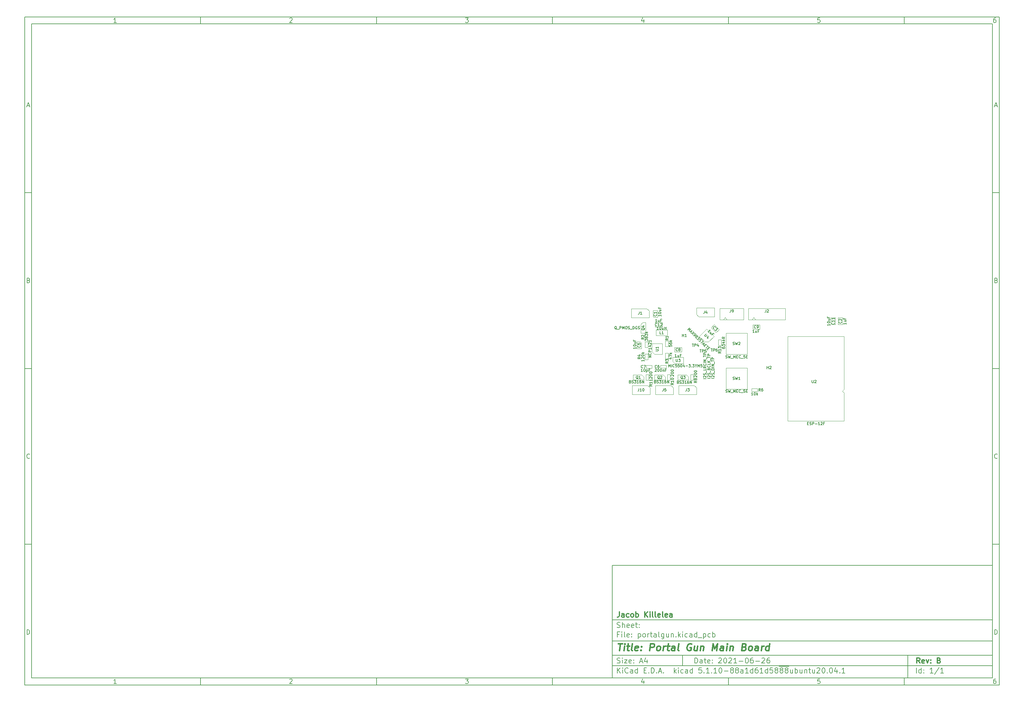
<source format=gbr>
%TF.GenerationSoftware,KiCad,Pcbnew,5.1.10-88a1d61d58~88~ubuntu20.04.1*%
%TF.CreationDate,2021-06-26T15:26:23-05:00*%
%TF.ProjectId,portalgun,706f7274-616c-4677-956e-2e6b69636164,B*%
%TF.SameCoordinates,Original*%
%TF.FileFunction,Other,Fab,Top*%
%FSLAX46Y46*%
G04 Gerber Fmt 4.6, Leading zero omitted, Abs format (unit mm)*
G04 Created by KiCad (PCBNEW 5.1.10-88a1d61d58~88~ubuntu20.04.1) date 2021-06-26 15:26:23*
%MOMM*%
%LPD*%
G01*
G04 APERTURE LIST*
%ADD10C,0.100000*%
%ADD11C,0.150000*%
%ADD12C,0.300000*%
%ADD13C,0.400000*%
%ADD14C,0.120000*%
%ADD15C,0.127000*%
G04 APERTURE END LIST*
D10*
D11*
X177002200Y-166007200D02*
X177002200Y-198007200D01*
X285002200Y-198007200D01*
X285002200Y-166007200D01*
X177002200Y-166007200D01*
D10*
D11*
X10000000Y-10000000D02*
X10000000Y-200007200D01*
X287002200Y-200007200D01*
X287002200Y-10000000D01*
X10000000Y-10000000D01*
D10*
D11*
X12000000Y-12000000D02*
X12000000Y-198007200D01*
X285002200Y-198007200D01*
X285002200Y-12000000D01*
X12000000Y-12000000D01*
D10*
D11*
X60000000Y-12000000D02*
X60000000Y-10000000D01*
D10*
D11*
X110000000Y-12000000D02*
X110000000Y-10000000D01*
D10*
D11*
X160000000Y-12000000D02*
X160000000Y-10000000D01*
D10*
D11*
X210000000Y-12000000D02*
X210000000Y-10000000D01*
D10*
D11*
X260000000Y-12000000D02*
X260000000Y-10000000D01*
D10*
D11*
X36065476Y-11588095D02*
X35322619Y-11588095D01*
X35694047Y-11588095D02*
X35694047Y-10288095D01*
X35570238Y-10473809D01*
X35446428Y-10597619D01*
X35322619Y-10659523D01*
D10*
D11*
X85322619Y-10411904D02*
X85384523Y-10350000D01*
X85508333Y-10288095D01*
X85817857Y-10288095D01*
X85941666Y-10350000D01*
X86003571Y-10411904D01*
X86065476Y-10535714D01*
X86065476Y-10659523D01*
X86003571Y-10845238D01*
X85260714Y-11588095D01*
X86065476Y-11588095D01*
D10*
D11*
X135260714Y-10288095D02*
X136065476Y-10288095D01*
X135632142Y-10783333D01*
X135817857Y-10783333D01*
X135941666Y-10845238D01*
X136003571Y-10907142D01*
X136065476Y-11030952D01*
X136065476Y-11340476D01*
X136003571Y-11464285D01*
X135941666Y-11526190D01*
X135817857Y-11588095D01*
X135446428Y-11588095D01*
X135322619Y-11526190D01*
X135260714Y-11464285D01*
D10*
D11*
X185941666Y-10721428D02*
X185941666Y-11588095D01*
X185632142Y-10226190D02*
X185322619Y-11154761D01*
X186127380Y-11154761D01*
D10*
D11*
X236003571Y-10288095D02*
X235384523Y-10288095D01*
X235322619Y-10907142D01*
X235384523Y-10845238D01*
X235508333Y-10783333D01*
X235817857Y-10783333D01*
X235941666Y-10845238D01*
X236003571Y-10907142D01*
X236065476Y-11030952D01*
X236065476Y-11340476D01*
X236003571Y-11464285D01*
X235941666Y-11526190D01*
X235817857Y-11588095D01*
X235508333Y-11588095D01*
X235384523Y-11526190D01*
X235322619Y-11464285D01*
D10*
D11*
X285941666Y-10288095D02*
X285694047Y-10288095D01*
X285570238Y-10350000D01*
X285508333Y-10411904D01*
X285384523Y-10597619D01*
X285322619Y-10845238D01*
X285322619Y-11340476D01*
X285384523Y-11464285D01*
X285446428Y-11526190D01*
X285570238Y-11588095D01*
X285817857Y-11588095D01*
X285941666Y-11526190D01*
X286003571Y-11464285D01*
X286065476Y-11340476D01*
X286065476Y-11030952D01*
X286003571Y-10907142D01*
X285941666Y-10845238D01*
X285817857Y-10783333D01*
X285570238Y-10783333D01*
X285446428Y-10845238D01*
X285384523Y-10907142D01*
X285322619Y-11030952D01*
D10*
D11*
X60000000Y-198007200D02*
X60000000Y-200007200D01*
D10*
D11*
X110000000Y-198007200D02*
X110000000Y-200007200D01*
D10*
D11*
X160000000Y-198007200D02*
X160000000Y-200007200D01*
D10*
D11*
X210000000Y-198007200D02*
X210000000Y-200007200D01*
D10*
D11*
X260000000Y-198007200D02*
X260000000Y-200007200D01*
D10*
D11*
X36065476Y-199595295D02*
X35322619Y-199595295D01*
X35694047Y-199595295D02*
X35694047Y-198295295D01*
X35570238Y-198481009D01*
X35446428Y-198604819D01*
X35322619Y-198666723D01*
D10*
D11*
X85322619Y-198419104D02*
X85384523Y-198357200D01*
X85508333Y-198295295D01*
X85817857Y-198295295D01*
X85941666Y-198357200D01*
X86003571Y-198419104D01*
X86065476Y-198542914D01*
X86065476Y-198666723D01*
X86003571Y-198852438D01*
X85260714Y-199595295D01*
X86065476Y-199595295D01*
D10*
D11*
X135260714Y-198295295D02*
X136065476Y-198295295D01*
X135632142Y-198790533D01*
X135817857Y-198790533D01*
X135941666Y-198852438D01*
X136003571Y-198914342D01*
X136065476Y-199038152D01*
X136065476Y-199347676D01*
X136003571Y-199471485D01*
X135941666Y-199533390D01*
X135817857Y-199595295D01*
X135446428Y-199595295D01*
X135322619Y-199533390D01*
X135260714Y-199471485D01*
D10*
D11*
X185941666Y-198728628D02*
X185941666Y-199595295D01*
X185632142Y-198233390D02*
X185322619Y-199161961D01*
X186127380Y-199161961D01*
D10*
D11*
X236003571Y-198295295D02*
X235384523Y-198295295D01*
X235322619Y-198914342D01*
X235384523Y-198852438D01*
X235508333Y-198790533D01*
X235817857Y-198790533D01*
X235941666Y-198852438D01*
X236003571Y-198914342D01*
X236065476Y-199038152D01*
X236065476Y-199347676D01*
X236003571Y-199471485D01*
X235941666Y-199533390D01*
X235817857Y-199595295D01*
X235508333Y-199595295D01*
X235384523Y-199533390D01*
X235322619Y-199471485D01*
D10*
D11*
X285941666Y-198295295D02*
X285694047Y-198295295D01*
X285570238Y-198357200D01*
X285508333Y-198419104D01*
X285384523Y-198604819D01*
X285322619Y-198852438D01*
X285322619Y-199347676D01*
X285384523Y-199471485D01*
X285446428Y-199533390D01*
X285570238Y-199595295D01*
X285817857Y-199595295D01*
X285941666Y-199533390D01*
X286003571Y-199471485D01*
X286065476Y-199347676D01*
X286065476Y-199038152D01*
X286003571Y-198914342D01*
X285941666Y-198852438D01*
X285817857Y-198790533D01*
X285570238Y-198790533D01*
X285446428Y-198852438D01*
X285384523Y-198914342D01*
X285322619Y-199038152D01*
D10*
D11*
X10000000Y-60000000D02*
X12000000Y-60000000D01*
D10*
D11*
X10000000Y-110000000D02*
X12000000Y-110000000D01*
D10*
D11*
X10000000Y-160000000D02*
X12000000Y-160000000D01*
D10*
D11*
X10690476Y-35216666D02*
X11309523Y-35216666D01*
X10566666Y-35588095D02*
X11000000Y-34288095D01*
X11433333Y-35588095D01*
D10*
D11*
X11092857Y-84907142D02*
X11278571Y-84969047D01*
X11340476Y-85030952D01*
X11402380Y-85154761D01*
X11402380Y-85340476D01*
X11340476Y-85464285D01*
X11278571Y-85526190D01*
X11154761Y-85588095D01*
X10659523Y-85588095D01*
X10659523Y-84288095D01*
X11092857Y-84288095D01*
X11216666Y-84350000D01*
X11278571Y-84411904D01*
X11340476Y-84535714D01*
X11340476Y-84659523D01*
X11278571Y-84783333D01*
X11216666Y-84845238D01*
X11092857Y-84907142D01*
X10659523Y-84907142D01*
D10*
D11*
X11402380Y-135464285D02*
X11340476Y-135526190D01*
X11154761Y-135588095D01*
X11030952Y-135588095D01*
X10845238Y-135526190D01*
X10721428Y-135402380D01*
X10659523Y-135278571D01*
X10597619Y-135030952D01*
X10597619Y-134845238D01*
X10659523Y-134597619D01*
X10721428Y-134473809D01*
X10845238Y-134350000D01*
X11030952Y-134288095D01*
X11154761Y-134288095D01*
X11340476Y-134350000D01*
X11402380Y-134411904D01*
D10*
D11*
X10659523Y-185588095D02*
X10659523Y-184288095D01*
X10969047Y-184288095D01*
X11154761Y-184350000D01*
X11278571Y-184473809D01*
X11340476Y-184597619D01*
X11402380Y-184845238D01*
X11402380Y-185030952D01*
X11340476Y-185278571D01*
X11278571Y-185402380D01*
X11154761Y-185526190D01*
X10969047Y-185588095D01*
X10659523Y-185588095D01*
D10*
D11*
X287002200Y-60000000D02*
X285002200Y-60000000D01*
D10*
D11*
X287002200Y-110000000D02*
X285002200Y-110000000D01*
D10*
D11*
X287002200Y-160000000D02*
X285002200Y-160000000D01*
D10*
D11*
X285692676Y-35216666D02*
X286311723Y-35216666D01*
X285568866Y-35588095D02*
X286002200Y-34288095D01*
X286435533Y-35588095D01*
D10*
D11*
X286095057Y-84907142D02*
X286280771Y-84969047D01*
X286342676Y-85030952D01*
X286404580Y-85154761D01*
X286404580Y-85340476D01*
X286342676Y-85464285D01*
X286280771Y-85526190D01*
X286156961Y-85588095D01*
X285661723Y-85588095D01*
X285661723Y-84288095D01*
X286095057Y-84288095D01*
X286218866Y-84350000D01*
X286280771Y-84411904D01*
X286342676Y-84535714D01*
X286342676Y-84659523D01*
X286280771Y-84783333D01*
X286218866Y-84845238D01*
X286095057Y-84907142D01*
X285661723Y-84907142D01*
D10*
D11*
X286404580Y-135464285D02*
X286342676Y-135526190D01*
X286156961Y-135588095D01*
X286033152Y-135588095D01*
X285847438Y-135526190D01*
X285723628Y-135402380D01*
X285661723Y-135278571D01*
X285599819Y-135030952D01*
X285599819Y-134845238D01*
X285661723Y-134597619D01*
X285723628Y-134473809D01*
X285847438Y-134350000D01*
X286033152Y-134288095D01*
X286156961Y-134288095D01*
X286342676Y-134350000D01*
X286404580Y-134411904D01*
D10*
D11*
X285661723Y-185588095D02*
X285661723Y-184288095D01*
X285971247Y-184288095D01*
X286156961Y-184350000D01*
X286280771Y-184473809D01*
X286342676Y-184597619D01*
X286404580Y-184845238D01*
X286404580Y-185030952D01*
X286342676Y-185278571D01*
X286280771Y-185402380D01*
X286156961Y-185526190D01*
X285971247Y-185588095D01*
X285661723Y-185588095D01*
D10*
D11*
X200434342Y-193785771D02*
X200434342Y-192285771D01*
X200791485Y-192285771D01*
X201005771Y-192357200D01*
X201148628Y-192500057D01*
X201220057Y-192642914D01*
X201291485Y-192928628D01*
X201291485Y-193142914D01*
X201220057Y-193428628D01*
X201148628Y-193571485D01*
X201005771Y-193714342D01*
X200791485Y-193785771D01*
X200434342Y-193785771D01*
X202577200Y-193785771D02*
X202577200Y-193000057D01*
X202505771Y-192857200D01*
X202362914Y-192785771D01*
X202077200Y-192785771D01*
X201934342Y-192857200D01*
X202577200Y-193714342D02*
X202434342Y-193785771D01*
X202077200Y-193785771D01*
X201934342Y-193714342D01*
X201862914Y-193571485D01*
X201862914Y-193428628D01*
X201934342Y-193285771D01*
X202077200Y-193214342D01*
X202434342Y-193214342D01*
X202577200Y-193142914D01*
X203077200Y-192785771D02*
X203648628Y-192785771D01*
X203291485Y-192285771D02*
X203291485Y-193571485D01*
X203362914Y-193714342D01*
X203505771Y-193785771D01*
X203648628Y-193785771D01*
X204720057Y-193714342D02*
X204577200Y-193785771D01*
X204291485Y-193785771D01*
X204148628Y-193714342D01*
X204077200Y-193571485D01*
X204077200Y-193000057D01*
X204148628Y-192857200D01*
X204291485Y-192785771D01*
X204577200Y-192785771D01*
X204720057Y-192857200D01*
X204791485Y-193000057D01*
X204791485Y-193142914D01*
X204077200Y-193285771D01*
X205434342Y-193642914D02*
X205505771Y-193714342D01*
X205434342Y-193785771D01*
X205362914Y-193714342D01*
X205434342Y-193642914D01*
X205434342Y-193785771D01*
X205434342Y-192857200D02*
X205505771Y-192928628D01*
X205434342Y-193000057D01*
X205362914Y-192928628D01*
X205434342Y-192857200D01*
X205434342Y-193000057D01*
X207220057Y-192428628D02*
X207291485Y-192357200D01*
X207434342Y-192285771D01*
X207791485Y-192285771D01*
X207934342Y-192357200D01*
X208005771Y-192428628D01*
X208077200Y-192571485D01*
X208077200Y-192714342D01*
X208005771Y-192928628D01*
X207148628Y-193785771D01*
X208077200Y-193785771D01*
X209005771Y-192285771D02*
X209148628Y-192285771D01*
X209291485Y-192357200D01*
X209362914Y-192428628D01*
X209434342Y-192571485D01*
X209505771Y-192857200D01*
X209505771Y-193214342D01*
X209434342Y-193500057D01*
X209362914Y-193642914D01*
X209291485Y-193714342D01*
X209148628Y-193785771D01*
X209005771Y-193785771D01*
X208862914Y-193714342D01*
X208791485Y-193642914D01*
X208720057Y-193500057D01*
X208648628Y-193214342D01*
X208648628Y-192857200D01*
X208720057Y-192571485D01*
X208791485Y-192428628D01*
X208862914Y-192357200D01*
X209005771Y-192285771D01*
X210077200Y-192428628D02*
X210148628Y-192357200D01*
X210291485Y-192285771D01*
X210648628Y-192285771D01*
X210791485Y-192357200D01*
X210862914Y-192428628D01*
X210934342Y-192571485D01*
X210934342Y-192714342D01*
X210862914Y-192928628D01*
X210005771Y-193785771D01*
X210934342Y-193785771D01*
X212362914Y-193785771D02*
X211505771Y-193785771D01*
X211934342Y-193785771D02*
X211934342Y-192285771D01*
X211791485Y-192500057D01*
X211648628Y-192642914D01*
X211505771Y-192714342D01*
X213005771Y-193214342D02*
X214148628Y-193214342D01*
X215148628Y-192285771D02*
X215291485Y-192285771D01*
X215434342Y-192357200D01*
X215505771Y-192428628D01*
X215577200Y-192571485D01*
X215648628Y-192857200D01*
X215648628Y-193214342D01*
X215577200Y-193500057D01*
X215505771Y-193642914D01*
X215434342Y-193714342D01*
X215291485Y-193785771D01*
X215148628Y-193785771D01*
X215005771Y-193714342D01*
X214934342Y-193642914D01*
X214862914Y-193500057D01*
X214791485Y-193214342D01*
X214791485Y-192857200D01*
X214862914Y-192571485D01*
X214934342Y-192428628D01*
X215005771Y-192357200D01*
X215148628Y-192285771D01*
X216934342Y-192285771D02*
X216648628Y-192285771D01*
X216505771Y-192357200D01*
X216434342Y-192428628D01*
X216291485Y-192642914D01*
X216220057Y-192928628D01*
X216220057Y-193500057D01*
X216291485Y-193642914D01*
X216362914Y-193714342D01*
X216505771Y-193785771D01*
X216791485Y-193785771D01*
X216934342Y-193714342D01*
X217005771Y-193642914D01*
X217077200Y-193500057D01*
X217077200Y-193142914D01*
X217005771Y-193000057D01*
X216934342Y-192928628D01*
X216791485Y-192857200D01*
X216505771Y-192857200D01*
X216362914Y-192928628D01*
X216291485Y-193000057D01*
X216220057Y-193142914D01*
X217720057Y-193214342D02*
X218862914Y-193214342D01*
X219505771Y-192428628D02*
X219577200Y-192357200D01*
X219720057Y-192285771D01*
X220077200Y-192285771D01*
X220220057Y-192357200D01*
X220291485Y-192428628D01*
X220362914Y-192571485D01*
X220362914Y-192714342D01*
X220291485Y-192928628D01*
X219434342Y-193785771D01*
X220362914Y-193785771D01*
X221648628Y-192285771D02*
X221362914Y-192285771D01*
X221220057Y-192357200D01*
X221148628Y-192428628D01*
X221005771Y-192642914D01*
X220934342Y-192928628D01*
X220934342Y-193500057D01*
X221005771Y-193642914D01*
X221077200Y-193714342D01*
X221220057Y-193785771D01*
X221505771Y-193785771D01*
X221648628Y-193714342D01*
X221720057Y-193642914D01*
X221791485Y-193500057D01*
X221791485Y-193142914D01*
X221720057Y-193000057D01*
X221648628Y-192928628D01*
X221505771Y-192857200D01*
X221220057Y-192857200D01*
X221077200Y-192928628D01*
X221005771Y-193000057D01*
X220934342Y-193142914D01*
D10*
D11*
X177002200Y-194507200D02*
X285002200Y-194507200D01*
D10*
D11*
X178434342Y-196585771D02*
X178434342Y-195085771D01*
X179291485Y-196585771D02*
X178648628Y-195728628D01*
X179291485Y-195085771D02*
X178434342Y-195942914D01*
X179934342Y-196585771D02*
X179934342Y-195585771D01*
X179934342Y-195085771D02*
X179862914Y-195157200D01*
X179934342Y-195228628D01*
X180005771Y-195157200D01*
X179934342Y-195085771D01*
X179934342Y-195228628D01*
X181505771Y-196442914D02*
X181434342Y-196514342D01*
X181220057Y-196585771D01*
X181077200Y-196585771D01*
X180862914Y-196514342D01*
X180720057Y-196371485D01*
X180648628Y-196228628D01*
X180577200Y-195942914D01*
X180577200Y-195728628D01*
X180648628Y-195442914D01*
X180720057Y-195300057D01*
X180862914Y-195157200D01*
X181077200Y-195085771D01*
X181220057Y-195085771D01*
X181434342Y-195157200D01*
X181505771Y-195228628D01*
X182791485Y-196585771D02*
X182791485Y-195800057D01*
X182720057Y-195657200D01*
X182577200Y-195585771D01*
X182291485Y-195585771D01*
X182148628Y-195657200D01*
X182791485Y-196514342D02*
X182648628Y-196585771D01*
X182291485Y-196585771D01*
X182148628Y-196514342D01*
X182077200Y-196371485D01*
X182077200Y-196228628D01*
X182148628Y-196085771D01*
X182291485Y-196014342D01*
X182648628Y-196014342D01*
X182791485Y-195942914D01*
X184148628Y-196585771D02*
X184148628Y-195085771D01*
X184148628Y-196514342D02*
X184005771Y-196585771D01*
X183720057Y-196585771D01*
X183577200Y-196514342D01*
X183505771Y-196442914D01*
X183434342Y-196300057D01*
X183434342Y-195871485D01*
X183505771Y-195728628D01*
X183577200Y-195657200D01*
X183720057Y-195585771D01*
X184005771Y-195585771D01*
X184148628Y-195657200D01*
X186005771Y-195800057D02*
X186505771Y-195800057D01*
X186720057Y-196585771D02*
X186005771Y-196585771D01*
X186005771Y-195085771D01*
X186720057Y-195085771D01*
X187362914Y-196442914D02*
X187434342Y-196514342D01*
X187362914Y-196585771D01*
X187291485Y-196514342D01*
X187362914Y-196442914D01*
X187362914Y-196585771D01*
X188077200Y-196585771D02*
X188077200Y-195085771D01*
X188434342Y-195085771D01*
X188648628Y-195157200D01*
X188791485Y-195300057D01*
X188862914Y-195442914D01*
X188934342Y-195728628D01*
X188934342Y-195942914D01*
X188862914Y-196228628D01*
X188791485Y-196371485D01*
X188648628Y-196514342D01*
X188434342Y-196585771D01*
X188077200Y-196585771D01*
X189577200Y-196442914D02*
X189648628Y-196514342D01*
X189577200Y-196585771D01*
X189505771Y-196514342D01*
X189577200Y-196442914D01*
X189577200Y-196585771D01*
X190220057Y-196157200D02*
X190934342Y-196157200D01*
X190077200Y-196585771D02*
X190577200Y-195085771D01*
X191077200Y-196585771D01*
X191577200Y-196442914D02*
X191648628Y-196514342D01*
X191577200Y-196585771D01*
X191505771Y-196514342D01*
X191577200Y-196442914D01*
X191577200Y-196585771D01*
X194577200Y-196585771D02*
X194577200Y-195085771D01*
X194720057Y-196014342D02*
X195148628Y-196585771D01*
X195148628Y-195585771D02*
X194577200Y-196157200D01*
X195791485Y-196585771D02*
X195791485Y-195585771D01*
X195791485Y-195085771D02*
X195720057Y-195157200D01*
X195791485Y-195228628D01*
X195862914Y-195157200D01*
X195791485Y-195085771D01*
X195791485Y-195228628D01*
X197148628Y-196514342D02*
X197005771Y-196585771D01*
X196720057Y-196585771D01*
X196577200Y-196514342D01*
X196505771Y-196442914D01*
X196434342Y-196300057D01*
X196434342Y-195871485D01*
X196505771Y-195728628D01*
X196577200Y-195657200D01*
X196720057Y-195585771D01*
X197005771Y-195585771D01*
X197148628Y-195657200D01*
X198434342Y-196585771D02*
X198434342Y-195800057D01*
X198362914Y-195657200D01*
X198220057Y-195585771D01*
X197934342Y-195585771D01*
X197791485Y-195657200D01*
X198434342Y-196514342D02*
X198291485Y-196585771D01*
X197934342Y-196585771D01*
X197791485Y-196514342D01*
X197720057Y-196371485D01*
X197720057Y-196228628D01*
X197791485Y-196085771D01*
X197934342Y-196014342D01*
X198291485Y-196014342D01*
X198434342Y-195942914D01*
X199791485Y-196585771D02*
X199791485Y-195085771D01*
X199791485Y-196514342D02*
X199648628Y-196585771D01*
X199362914Y-196585771D01*
X199220057Y-196514342D01*
X199148628Y-196442914D01*
X199077200Y-196300057D01*
X199077200Y-195871485D01*
X199148628Y-195728628D01*
X199220057Y-195657200D01*
X199362914Y-195585771D01*
X199648628Y-195585771D01*
X199791485Y-195657200D01*
X202362914Y-195085771D02*
X201648628Y-195085771D01*
X201577200Y-195800057D01*
X201648628Y-195728628D01*
X201791485Y-195657200D01*
X202148628Y-195657200D01*
X202291485Y-195728628D01*
X202362914Y-195800057D01*
X202434342Y-195942914D01*
X202434342Y-196300057D01*
X202362914Y-196442914D01*
X202291485Y-196514342D01*
X202148628Y-196585771D01*
X201791485Y-196585771D01*
X201648628Y-196514342D01*
X201577200Y-196442914D01*
X203077200Y-196442914D02*
X203148628Y-196514342D01*
X203077200Y-196585771D01*
X203005771Y-196514342D01*
X203077200Y-196442914D01*
X203077200Y-196585771D01*
X204577200Y-196585771D02*
X203720057Y-196585771D01*
X204148628Y-196585771D02*
X204148628Y-195085771D01*
X204005771Y-195300057D01*
X203862914Y-195442914D01*
X203720057Y-195514342D01*
X205220057Y-196442914D02*
X205291485Y-196514342D01*
X205220057Y-196585771D01*
X205148628Y-196514342D01*
X205220057Y-196442914D01*
X205220057Y-196585771D01*
X206720057Y-196585771D02*
X205862914Y-196585771D01*
X206291485Y-196585771D02*
X206291485Y-195085771D01*
X206148628Y-195300057D01*
X206005771Y-195442914D01*
X205862914Y-195514342D01*
X207648628Y-195085771D02*
X207791485Y-195085771D01*
X207934342Y-195157200D01*
X208005771Y-195228628D01*
X208077200Y-195371485D01*
X208148628Y-195657200D01*
X208148628Y-196014342D01*
X208077200Y-196300057D01*
X208005771Y-196442914D01*
X207934342Y-196514342D01*
X207791485Y-196585771D01*
X207648628Y-196585771D01*
X207505771Y-196514342D01*
X207434342Y-196442914D01*
X207362914Y-196300057D01*
X207291485Y-196014342D01*
X207291485Y-195657200D01*
X207362914Y-195371485D01*
X207434342Y-195228628D01*
X207505771Y-195157200D01*
X207648628Y-195085771D01*
X208791485Y-196014342D02*
X209934342Y-196014342D01*
X210862914Y-195728628D02*
X210720057Y-195657200D01*
X210648628Y-195585771D01*
X210577200Y-195442914D01*
X210577200Y-195371485D01*
X210648628Y-195228628D01*
X210720057Y-195157200D01*
X210862914Y-195085771D01*
X211148628Y-195085771D01*
X211291485Y-195157200D01*
X211362914Y-195228628D01*
X211434342Y-195371485D01*
X211434342Y-195442914D01*
X211362914Y-195585771D01*
X211291485Y-195657200D01*
X211148628Y-195728628D01*
X210862914Y-195728628D01*
X210720057Y-195800057D01*
X210648628Y-195871485D01*
X210577200Y-196014342D01*
X210577200Y-196300057D01*
X210648628Y-196442914D01*
X210720057Y-196514342D01*
X210862914Y-196585771D01*
X211148628Y-196585771D01*
X211291485Y-196514342D01*
X211362914Y-196442914D01*
X211434342Y-196300057D01*
X211434342Y-196014342D01*
X211362914Y-195871485D01*
X211291485Y-195800057D01*
X211148628Y-195728628D01*
X212291485Y-195728628D02*
X212148628Y-195657200D01*
X212077200Y-195585771D01*
X212005771Y-195442914D01*
X212005771Y-195371485D01*
X212077200Y-195228628D01*
X212148628Y-195157200D01*
X212291485Y-195085771D01*
X212577200Y-195085771D01*
X212720057Y-195157200D01*
X212791485Y-195228628D01*
X212862914Y-195371485D01*
X212862914Y-195442914D01*
X212791485Y-195585771D01*
X212720057Y-195657200D01*
X212577200Y-195728628D01*
X212291485Y-195728628D01*
X212148628Y-195800057D01*
X212077200Y-195871485D01*
X212005771Y-196014342D01*
X212005771Y-196300057D01*
X212077200Y-196442914D01*
X212148628Y-196514342D01*
X212291485Y-196585771D01*
X212577200Y-196585771D01*
X212720057Y-196514342D01*
X212791485Y-196442914D01*
X212862914Y-196300057D01*
X212862914Y-196014342D01*
X212791485Y-195871485D01*
X212720057Y-195800057D01*
X212577200Y-195728628D01*
X214148628Y-196585771D02*
X214148628Y-195800057D01*
X214077200Y-195657200D01*
X213934342Y-195585771D01*
X213648628Y-195585771D01*
X213505771Y-195657200D01*
X214148628Y-196514342D02*
X214005771Y-196585771D01*
X213648628Y-196585771D01*
X213505771Y-196514342D01*
X213434342Y-196371485D01*
X213434342Y-196228628D01*
X213505771Y-196085771D01*
X213648628Y-196014342D01*
X214005771Y-196014342D01*
X214148628Y-195942914D01*
X215648628Y-196585771D02*
X214791485Y-196585771D01*
X215220057Y-196585771D02*
X215220057Y-195085771D01*
X215077200Y-195300057D01*
X214934342Y-195442914D01*
X214791485Y-195514342D01*
X216934342Y-196585771D02*
X216934342Y-195085771D01*
X216934342Y-196514342D02*
X216791485Y-196585771D01*
X216505771Y-196585771D01*
X216362914Y-196514342D01*
X216291485Y-196442914D01*
X216220057Y-196300057D01*
X216220057Y-195871485D01*
X216291485Y-195728628D01*
X216362914Y-195657200D01*
X216505771Y-195585771D01*
X216791485Y-195585771D01*
X216934342Y-195657200D01*
X218291485Y-195085771D02*
X218005771Y-195085771D01*
X217862914Y-195157200D01*
X217791485Y-195228628D01*
X217648628Y-195442914D01*
X217577200Y-195728628D01*
X217577200Y-196300057D01*
X217648628Y-196442914D01*
X217720057Y-196514342D01*
X217862914Y-196585771D01*
X218148628Y-196585771D01*
X218291485Y-196514342D01*
X218362914Y-196442914D01*
X218434342Y-196300057D01*
X218434342Y-195942914D01*
X218362914Y-195800057D01*
X218291485Y-195728628D01*
X218148628Y-195657200D01*
X217862914Y-195657200D01*
X217720057Y-195728628D01*
X217648628Y-195800057D01*
X217577200Y-195942914D01*
X219862914Y-196585771D02*
X219005771Y-196585771D01*
X219434342Y-196585771D02*
X219434342Y-195085771D01*
X219291485Y-195300057D01*
X219148628Y-195442914D01*
X219005771Y-195514342D01*
X221148628Y-196585771D02*
X221148628Y-195085771D01*
X221148628Y-196514342D02*
X221005771Y-196585771D01*
X220720057Y-196585771D01*
X220577200Y-196514342D01*
X220505771Y-196442914D01*
X220434342Y-196300057D01*
X220434342Y-195871485D01*
X220505771Y-195728628D01*
X220577200Y-195657200D01*
X220720057Y-195585771D01*
X221005771Y-195585771D01*
X221148628Y-195657200D01*
X222577200Y-195085771D02*
X221862914Y-195085771D01*
X221791485Y-195800057D01*
X221862914Y-195728628D01*
X222005771Y-195657200D01*
X222362914Y-195657200D01*
X222505771Y-195728628D01*
X222577200Y-195800057D01*
X222648628Y-195942914D01*
X222648628Y-196300057D01*
X222577200Y-196442914D01*
X222505771Y-196514342D01*
X222362914Y-196585771D01*
X222005771Y-196585771D01*
X221862914Y-196514342D01*
X221791485Y-196442914D01*
X223505771Y-195728628D02*
X223362914Y-195657200D01*
X223291485Y-195585771D01*
X223220057Y-195442914D01*
X223220057Y-195371485D01*
X223291485Y-195228628D01*
X223362914Y-195157200D01*
X223505771Y-195085771D01*
X223791485Y-195085771D01*
X223934342Y-195157200D01*
X224005771Y-195228628D01*
X224077200Y-195371485D01*
X224077200Y-195442914D01*
X224005771Y-195585771D01*
X223934342Y-195657200D01*
X223791485Y-195728628D01*
X223505771Y-195728628D01*
X223362914Y-195800057D01*
X223291485Y-195871485D01*
X223220057Y-196014342D01*
X223220057Y-196300057D01*
X223291485Y-196442914D01*
X223362914Y-196514342D01*
X223505771Y-196585771D01*
X223791485Y-196585771D01*
X223934342Y-196514342D01*
X224005771Y-196442914D01*
X224077200Y-196300057D01*
X224077200Y-196014342D01*
X224005771Y-195871485D01*
X223934342Y-195800057D01*
X223791485Y-195728628D01*
X224362914Y-194677200D02*
X225791485Y-194677200D01*
X224934342Y-195728628D02*
X224791485Y-195657200D01*
X224720057Y-195585771D01*
X224648628Y-195442914D01*
X224648628Y-195371485D01*
X224720057Y-195228628D01*
X224791485Y-195157200D01*
X224934342Y-195085771D01*
X225220057Y-195085771D01*
X225362914Y-195157200D01*
X225434342Y-195228628D01*
X225505771Y-195371485D01*
X225505771Y-195442914D01*
X225434342Y-195585771D01*
X225362914Y-195657200D01*
X225220057Y-195728628D01*
X224934342Y-195728628D01*
X224791485Y-195800057D01*
X224720057Y-195871485D01*
X224648628Y-196014342D01*
X224648628Y-196300057D01*
X224720057Y-196442914D01*
X224791485Y-196514342D01*
X224934342Y-196585771D01*
X225220057Y-196585771D01*
X225362914Y-196514342D01*
X225434342Y-196442914D01*
X225505771Y-196300057D01*
X225505771Y-196014342D01*
X225434342Y-195871485D01*
X225362914Y-195800057D01*
X225220057Y-195728628D01*
X225791485Y-194677200D02*
X227220057Y-194677200D01*
X226362914Y-195728628D02*
X226220057Y-195657200D01*
X226148628Y-195585771D01*
X226077199Y-195442914D01*
X226077199Y-195371485D01*
X226148628Y-195228628D01*
X226220057Y-195157200D01*
X226362914Y-195085771D01*
X226648628Y-195085771D01*
X226791485Y-195157200D01*
X226862914Y-195228628D01*
X226934342Y-195371485D01*
X226934342Y-195442914D01*
X226862914Y-195585771D01*
X226791485Y-195657200D01*
X226648628Y-195728628D01*
X226362914Y-195728628D01*
X226220057Y-195800057D01*
X226148628Y-195871485D01*
X226077199Y-196014342D01*
X226077199Y-196300057D01*
X226148628Y-196442914D01*
X226220057Y-196514342D01*
X226362914Y-196585771D01*
X226648628Y-196585771D01*
X226791485Y-196514342D01*
X226862914Y-196442914D01*
X226934342Y-196300057D01*
X226934342Y-196014342D01*
X226862914Y-195871485D01*
X226791485Y-195800057D01*
X226648628Y-195728628D01*
X228220057Y-195585771D02*
X228220057Y-196585771D01*
X227577199Y-195585771D02*
X227577199Y-196371485D01*
X227648628Y-196514342D01*
X227791485Y-196585771D01*
X228005771Y-196585771D01*
X228148628Y-196514342D01*
X228220057Y-196442914D01*
X228934342Y-196585771D02*
X228934342Y-195085771D01*
X228934342Y-195657200D02*
X229077199Y-195585771D01*
X229362914Y-195585771D01*
X229505771Y-195657200D01*
X229577199Y-195728628D01*
X229648628Y-195871485D01*
X229648628Y-196300057D01*
X229577199Y-196442914D01*
X229505771Y-196514342D01*
X229362914Y-196585771D01*
X229077199Y-196585771D01*
X228934342Y-196514342D01*
X230934342Y-195585771D02*
X230934342Y-196585771D01*
X230291485Y-195585771D02*
X230291485Y-196371485D01*
X230362914Y-196514342D01*
X230505771Y-196585771D01*
X230720057Y-196585771D01*
X230862914Y-196514342D01*
X230934342Y-196442914D01*
X231648628Y-195585771D02*
X231648628Y-196585771D01*
X231648628Y-195728628D02*
X231720057Y-195657200D01*
X231862914Y-195585771D01*
X232077199Y-195585771D01*
X232220057Y-195657200D01*
X232291485Y-195800057D01*
X232291485Y-196585771D01*
X232791485Y-195585771D02*
X233362914Y-195585771D01*
X233005771Y-195085771D02*
X233005771Y-196371485D01*
X233077199Y-196514342D01*
X233220057Y-196585771D01*
X233362914Y-196585771D01*
X234505771Y-195585771D02*
X234505771Y-196585771D01*
X233862914Y-195585771D02*
X233862914Y-196371485D01*
X233934342Y-196514342D01*
X234077200Y-196585771D01*
X234291485Y-196585771D01*
X234434342Y-196514342D01*
X234505771Y-196442914D01*
X235148628Y-195228628D02*
X235220057Y-195157200D01*
X235362914Y-195085771D01*
X235720057Y-195085771D01*
X235862914Y-195157200D01*
X235934342Y-195228628D01*
X236005771Y-195371485D01*
X236005771Y-195514342D01*
X235934342Y-195728628D01*
X235077200Y-196585771D01*
X236005771Y-196585771D01*
X236934342Y-195085771D02*
X237077199Y-195085771D01*
X237220057Y-195157200D01*
X237291485Y-195228628D01*
X237362914Y-195371485D01*
X237434342Y-195657200D01*
X237434342Y-196014342D01*
X237362914Y-196300057D01*
X237291485Y-196442914D01*
X237220057Y-196514342D01*
X237077199Y-196585771D01*
X236934342Y-196585771D01*
X236791485Y-196514342D01*
X236720057Y-196442914D01*
X236648628Y-196300057D01*
X236577199Y-196014342D01*
X236577199Y-195657200D01*
X236648628Y-195371485D01*
X236720057Y-195228628D01*
X236791485Y-195157200D01*
X236934342Y-195085771D01*
X238077199Y-196442914D02*
X238148628Y-196514342D01*
X238077199Y-196585771D01*
X238005771Y-196514342D01*
X238077199Y-196442914D01*
X238077199Y-196585771D01*
X239077199Y-195085771D02*
X239220057Y-195085771D01*
X239362914Y-195157200D01*
X239434342Y-195228628D01*
X239505771Y-195371485D01*
X239577199Y-195657200D01*
X239577199Y-196014342D01*
X239505771Y-196300057D01*
X239434342Y-196442914D01*
X239362914Y-196514342D01*
X239220057Y-196585771D01*
X239077199Y-196585771D01*
X238934342Y-196514342D01*
X238862914Y-196442914D01*
X238791485Y-196300057D01*
X238720057Y-196014342D01*
X238720057Y-195657200D01*
X238791485Y-195371485D01*
X238862914Y-195228628D01*
X238934342Y-195157200D01*
X239077199Y-195085771D01*
X240862914Y-195585771D02*
X240862914Y-196585771D01*
X240505771Y-195014342D02*
X240148628Y-196085771D01*
X241077199Y-196085771D01*
X241648628Y-196442914D02*
X241720057Y-196514342D01*
X241648628Y-196585771D01*
X241577199Y-196514342D01*
X241648628Y-196442914D01*
X241648628Y-196585771D01*
X243148628Y-196585771D02*
X242291485Y-196585771D01*
X242720057Y-196585771D02*
X242720057Y-195085771D01*
X242577199Y-195300057D01*
X242434342Y-195442914D01*
X242291485Y-195514342D01*
D10*
D11*
X177002200Y-191507200D02*
X285002200Y-191507200D01*
D10*
D12*
X264411485Y-193785771D02*
X263911485Y-193071485D01*
X263554342Y-193785771D02*
X263554342Y-192285771D01*
X264125771Y-192285771D01*
X264268628Y-192357200D01*
X264340057Y-192428628D01*
X264411485Y-192571485D01*
X264411485Y-192785771D01*
X264340057Y-192928628D01*
X264268628Y-193000057D01*
X264125771Y-193071485D01*
X263554342Y-193071485D01*
X265625771Y-193714342D02*
X265482914Y-193785771D01*
X265197200Y-193785771D01*
X265054342Y-193714342D01*
X264982914Y-193571485D01*
X264982914Y-193000057D01*
X265054342Y-192857200D01*
X265197200Y-192785771D01*
X265482914Y-192785771D01*
X265625771Y-192857200D01*
X265697200Y-193000057D01*
X265697200Y-193142914D01*
X264982914Y-193285771D01*
X266197200Y-192785771D02*
X266554342Y-193785771D01*
X266911485Y-192785771D01*
X267482914Y-193642914D02*
X267554342Y-193714342D01*
X267482914Y-193785771D01*
X267411485Y-193714342D01*
X267482914Y-193642914D01*
X267482914Y-193785771D01*
X267482914Y-192857200D02*
X267554342Y-192928628D01*
X267482914Y-193000057D01*
X267411485Y-192928628D01*
X267482914Y-192857200D01*
X267482914Y-193000057D01*
X269840057Y-193000057D02*
X270054342Y-193071485D01*
X270125771Y-193142914D01*
X270197200Y-193285771D01*
X270197200Y-193500057D01*
X270125771Y-193642914D01*
X270054342Y-193714342D01*
X269911485Y-193785771D01*
X269340057Y-193785771D01*
X269340057Y-192285771D01*
X269840057Y-192285771D01*
X269982914Y-192357200D01*
X270054342Y-192428628D01*
X270125771Y-192571485D01*
X270125771Y-192714342D01*
X270054342Y-192857200D01*
X269982914Y-192928628D01*
X269840057Y-193000057D01*
X269340057Y-193000057D01*
D10*
D11*
X178362914Y-193714342D02*
X178577200Y-193785771D01*
X178934342Y-193785771D01*
X179077200Y-193714342D01*
X179148628Y-193642914D01*
X179220057Y-193500057D01*
X179220057Y-193357200D01*
X179148628Y-193214342D01*
X179077200Y-193142914D01*
X178934342Y-193071485D01*
X178648628Y-193000057D01*
X178505771Y-192928628D01*
X178434342Y-192857200D01*
X178362914Y-192714342D01*
X178362914Y-192571485D01*
X178434342Y-192428628D01*
X178505771Y-192357200D01*
X178648628Y-192285771D01*
X179005771Y-192285771D01*
X179220057Y-192357200D01*
X179862914Y-193785771D02*
X179862914Y-192785771D01*
X179862914Y-192285771D02*
X179791485Y-192357200D01*
X179862914Y-192428628D01*
X179934342Y-192357200D01*
X179862914Y-192285771D01*
X179862914Y-192428628D01*
X180434342Y-192785771D02*
X181220057Y-192785771D01*
X180434342Y-193785771D01*
X181220057Y-193785771D01*
X182362914Y-193714342D02*
X182220057Y-193785771D01*
X181934342Y-193785771D01*
X181791485Y-193714342D01*
X181720057Y-193571485D01*
X181720057Y-193000057D01*
X181791485Y-192857200D01*
X181934342Y-192785771D01*
X182220057Y-192785771D01*
X182362914Y-192857200D01*
X182434342Y-193000057D01*
X182434342Y-193142914D01*
X181720057Y-193285771D01*
X183077200Y-193642914D02*
X183148628Y-193714342D01*
X183077200Y-193785771D01*
X183005771Y-193714342D01*
X183077200Y-193642914D01*
X183077200Y-193785771D01*
X183077200Y-192857200D02*
X183148628Y-192928628D01*
X183077200Y-193000057D01*
X183005771Y-192928628D01*
X183077200Y-192857200D01*
X183077200Y-193000057D01*
X184862914Y-193357200D02*
X185577200Y-193357200D01*
X184720057Y-193785771D02*
X185220057Y-192285771D01*
X185720057Y-193785771D01*
X186862914Y-192785771D02*
X186862914Y-193785771D01*
X186505771Y-192214342D02*
X186148628Y-193285771D01*
X187077200Y-193285771D01*
D10*
D11*
X263434342Y-196585771D02*
X263434342Y-195085771D01*
X264791485Y-196585771D02*
X264791485Y-195085771D01*
X264791485Y-196514342D02*
X264648628Y-196585771D01*
X264362914Y-196585771D01*
X264220057Y-196514342D01*
X264148628Y-196442914D01*
X264077200Y-196300057D01*
X264077200Y-195871485D01*
X264148628Y-195728628D01*
X264220057Y-195657200D01*
X264362914Y-195585771D01*
X264648628Y-195585771D01*
X264791485Y-195657200D01*
X265505771Y-196442914D02*
X265577200Y-196514342D01*
X265505771Y-196585771D01*
X265434342Y-196514342D01*
X265505771Y-196442914D01*
X265505771Y-196585771D01*
X265505771Y-195657200D02*
X265577200Y-195728628D01*
X265505771Y-195800057D01*
X265434342Y-195728628D01*
X265505771Y-195657200D01*
X265505771Y-195800057D01*
X268148628Y-196585771D02*
X267291485Y-196585771D01*
X267720057Y-196585771D02*
X267720057Y-195085771D01*
X267577200Y-195300057D01*
X267434342Y-195442914D01*
X267291485Y-195514342D01*
X269862914Y-195014342D02*
X268577200Y-196942914D01*
X271148628Y-196585771D02*
X270291485Y-196585771D01*
X270720057Y-196585771D02*
X270720057Y-195085771D01*
X270577200Y-195300057D01*
X270434342Y-195442914D01*
X270291485Y-195514342D01*
D10*
D11*
X177002200Y-187507200D02*
X285002200Y-187507200D01*
D10*
D13*
X178714580Y-188211961D02*
X179857438Y-188211961D01*
X179036009Y-190211961D02*
X179286009Y-188211961D01*
X180274104Y-190211961D02*
X180440771Y-188878628D01*
X180524104Y-188211961D02*
X180416961Y-188307200D01*
X180500295Y-188402438D01*
X180607438Y-188307200D01*
X180524104Y-188211961D01*
X180500295Y-188402438D01*
X181107438Y-188878628D02*
X181869342Y-188878628D01*
X181476485Y-188211961D02*
X181262200Y-189926247D01*
X181333628Y-190116723D01*
X181512200Y-190211961D01*
X181702676Y-190211961D01*
X182655057Y-190211961D02*
X182476485Y-190116723D01*
X182405057Y-189926247D01*
X182619342Y-188211961D01*
X184190771Y-190116723D02*
X183988390Y-190211961D01*
X183607438Y-190211961D01*
X183428866Y-190116723D01*
X183357438Y-189926247D01*
X183452676Y-189164342D01*
X183571723Y-188973866D01*
X183774104Y-188878628D01*
X184155057Y-188878628D01*
X184333628Y-188973866D01*
X184405057Y-189164342D01*
X184381247Y-189354819D01*
X183405057Y-189545295D01*
X185155057Y-190021485D02*
X185238390Y-190116723D01*
X185131247Y-190211961D01*
X185047914Y-190116723D01*
X185155057Y-190021485D01*
X185131247Y-190211961D01*
X185286009Y-188973866D02*
X185369342Y-189069104D01*
X185262200Y-189164342D01*
X185178866Y-189069104D01*
X185286009Y-188973866D01*
X185262200Y-189164342D01*
X187607438Y-190211961D02*
X187857438Y-188211961D01*
X188619342Y-188211961D01*
X188797914Y-188307200D01*
X188881247Y-188402438D01*
X188952676Y-188592914D01*
X188916961Y-188878628D01*
X188797914Y-189069104D01*
X188690771Y-189164342D01*
X188488390Y-189259580D01*
X187726485Y-189259580D01*
X189893152Y-190211961D02*
X189714580Y-190116723D01*
X189631247Y-190021485D01*
X189559819Y-189831009D01*
X189631247Y-189259580D01*
X189750295Y-189069104D01*
X189857438Y-188973866D01*
X190059819Y-188878628D01*
X190345533Y-188878628D01*
X190524104Y-188973866D01*
X190607438Y-189069104D01*
X190678866Y-189259580D01*
X190607438Y-189831009D01*
X190488390Y-190021485D01*
X190381247Y-190116723D01*
X190178866Y-190211961D01*
X189893152Y-190211961D01*
X191416961Y-190211961D02*
X191583628Y-188878628D01*
X191536009Y-189259580D02*
X191655057Y-189069104D01*
X191762200Y-188973866D01*
X191964580Y-188878628D01*
X192155057Y-188878628D01*
X192536009Y-188878628D02*
X193297914Y-188878628D01*
X192905057Y-188211961D02*
X192690771Y-189926247D01*
X192762200Y-190116723D01*
X192940771Y-190211961D01*
X193131247Y-190211961D01*
X194655057Y-190211961D02*
X194786009Y-189164342D01*
X194714580Y-188973866D01*
X194536009Y-188878628D01*
X194155057Y-188878628D01*
X193952676Y-188973866D01*
X194666961Y-190116723D02*
X194464580Y-190211961D01*
X193988390Y-190211961D01*
X193809819Y-190116723D01*
X193738390Y-189926247D01*
X193762200Y-189735771D01*
X193881247Y-189545295D01*
X194083628Y-189450057D01*
X194559819Y-189450057D01*
X194762200Y-189354819D01*
X195893152Y-190211961D02*
X195714580Y-190116723D01*
X195643152Y-189926247D01*
X195857438Y-188211961D01*
X199464580Y-188307200D02*
X199286009Y-188211961D01*
X199000295Y-188211961D01*
X198702676Y-188307200D01*
X198488390Y-188497676D01*
X198369342Y-188688152D01*
X198226485Y-189069104D01*
X198190771Y-189354819D01*
X198238390Y-189735771D01*
X198309819Y-189926247D01*
X198476485Y-190116723D01*
X198750295Y-190211961D01*
X198940771Y-190211961D01*
X199238390Y-190116723D01*
X199345533Y-190021485D01*
X199428866Y-189354819D01*
X199047914Y-189354819D01*
X201202676Y-188878628D02*
X201036009Y-190211961D01*
X200345533Y-188878628D02*
X200214580Y-189926247D01*
X200286009Y-190116723D01*
X200464580Y-190211961D01*
X200750295Y-190211961D01*
X200952676Y-190116723D01*
X201059819Y-190021485D01*
X202155057Y-188878628D02*
X201988390Y-190211961D01*
X202131247Y-189069104D02*
X202238390Y-188973866D01*
X202440771Y-188878628D01*
X202726485Y-188878628D01*
X202905057Y-188973866D01*
X202976485Y-189164342D01*
X202845533Y-190211961D01*
X205321723Y-190211961D02*
X205571723Y-188211961D01*
X206059819Y-189640533D01*
X206905057Y-188211961D01*
X206655057Y-190211961D01*
X208464580Y-190211961D02*
X208595533Y-189164342D01*
X208524104Y-188973866D01*
X208345533Y-188878628D01*
X207964580Y-188878628D01*
X207762200Y-188973866D01*
X208476485Y-190116723D02*
X208274104Y-190211961D01*
X207797914Y-190211961D01*
X207619342Y-190116723D01*
X207547914Y-189926247D01*
X207571723Y-189735771D01*
X207690771Y-189545295D01*
X207893152Y-189450057D01*
X208369342Y-189450057D01*
X208571723Y-189354819D01*
X209416961Y-190211961D02*
X209583628Y-188878628D01*
X209666961Y-188211961D02*
X209559819Y-188307200D01*
X209643152Y-188402438D01*
X209750295Y-188307200D01*
X209666961Y-188211961D01*
X209643152Y-188402438D01*
X210536009Y-188878628D02*
X210369342Y-190211961D01*
X210512200Y-189069104D02*
X210619342Y-188973866D01*
X210821723Y-188878628D01*
X211107438Y-188878628D01*
X211286009Y-188973866D01*
X211357438Y-189164342D01*
X211226485Y-190211961D01*
X214500295Y-189164342D02*
X214774104Y-189259580D01*
X214857438Y-189354819D01*
X214928866Y-189545295D01*
X214893152Y-189831009D01*
X214774104Y-190021485D01*
X214666961Y-190116723D01*
X214464580Y-190211961D01*
X213702676Y-190211961D01*
X213952676Y-188211961D01*
X214619342Y-188211961D01*
X214797914Y-188307200D01*
X214881247Y-188402438D01*
X214952676Y-188592914D01*
X214928866Y-188783390D01*
X214809819Y-188973866D01*
X214702676Y-189069104D01*
X214500295Y-189164342D01*
X213833628Y-189164342D01*
X215988390Y-190211961D02*
X215809819Y-190116723D01*
X215726485Y-190021485D01*
X215655057Y-189831009D01*
X215726485Y-189259580D01*
X215845533Y-189069104D01*
X215952676Y-188973866D01*
X216155057Y-188878628D01*
X216440771Y-188878628D01*
X216619342Y-188973866D01*
X216702676Y-189069104D01*
X216774104Y-189259580D01*
X216702676Y-189831009D01*
X216583628Y-190021485D01*
X216476485Y-190116723D01*
X216274104Y-190211961D01*
X215988390Y-190211961D01*
X218369342Y-190211961D02*
X218500295Y-189164342D01*
X218428866Y-188973866D01*
X218250295Y-188878628D01*
X217869342Y-188878628D01*
X217666961Y-188973866D01*
X218381247Y-190116723D02*
X218178866Y-190211961D01*
X217702676Y-190211961D01*
X217524104Y-190116723D01*
X217452676Y-189926247D01*
X217476485Y-189735771D01*
X217595533Y-189545295D01*
X217797914Y-189450057D01*
X218274104Y-189450057D01*
X218476485Y-189354819D01*
X219321723Y-190211961D02*
X219488390Y-188878628D01*
X219440771Y-189259580D02*
X219559819Y-189069104D01*
X219666961Y-188973866D01*
X219869342Y-188878628D01*
X220059819Y-188878628D01*
X221416961Y-190211961D02*
X221666961Y-188211961D01*
X221428866Y-190116723D02*
X221226485Y-190211961D01*
X220845533Y-190211961D01*
X220666961Y-190116723D01*
X220583628Y-190021485D01*
X220512200Y-189831009D01*
X220583628Y-189259580D01*
X220702676Y-189069104D01*
X220809819Y-188973866D01*
X221012200Y-188878628D01*
X221393152Y-188878628D01*
X221571723Y-188973866D01*
D10*
D11*
X178934342Y-185600057D02*
X178434342Y-185600057D01*
X178434342Y-186385771D02*
X178434342Y-184885771D01*
X179148628Y-184885771D01*
X179720057Y-186385771D02*
X179720057Y-185385771D01*
X179720057Y-184885771D02*
X179648628Y-184957200D01*
X179720057Y-185028628D01*
X179791485Y-184957200D01*
X179720057Y-184885771D01*
X179720057Y-185028628D01*
X180648628Y-186385771D02*
X180505771Y-186314342D01*
X180434342Y-186171485D01*
X180434342Y-184885771D01*
X181791485Y-186314342D02*
X181648628Y-186385771D01*
X181362914Y-186385771D01*
X181220057Y-186314342D01*
X181148628Y-186171485D01*
X181148628Y-185600057D01*
X181220057Y-185457200D01*
X181362914Y-185385771D01*
X181648628Y-185385771D01*
X181791485Y-185457200D01*
X181862914Y-185600057D01*
X181862914Y-185742914D01*
X181148628Y-185885771D01*
X182505771Y-186242914D02*
X182577200Y-186314342D01*
X182505771Y-186385771D01*
X182434342Y-186314342D01*
X182505771Y-186242914D01*
X182505771Y-186385771D01*
X182505771Y-185457200D02*
X182577200Y-185528628D01*
X182505771Y-185600057D01*
X182434342Y-185528628D01*
X182505771Y-185457200D01*
X182505771Y-185600057D01*
X184362914Y-185385771D02*
X184362914Y-186885771D01*
X184362914Y-185457200D02*
X184505771Y-185385771D01*
X184791485Y-185385771D01*
X184934342Y-185457200D01*
X185005771Y-185528628D01*
X185077200Y-185671485D01*
X185077200Y-186100057D01*
X185005771Y-186242914D01*
X184934342Y-186314342D01*
X184791485Y-186385771D01*
X184505771Y-186385771D01*
X184362914Y-186314342D01*
X185934342Y-186385771D02*
X185791485Y-186314342D01*
X185720057Y-186242914D01*
X185648628Y-186100057D01*
X185648628Y-185671485D01*
X185720057Y-185528628D01*
X185791485Y-185457200D01*
X185934342Y-185385771D01*
X186148628Y-185385771D01*
X186291485Y-185457200D01*
X186362914Y-185528628D01*
X186434342Y-185671485D01*
X186434342Y-186100057D01*
X186362914Y-186242914D01*
X186291485Y-186314342D01*
X186148628Y-186385771D01*
X185934342Y-186385771D01*
X187077200Y-186385771D02*
X187077200Y-185385771D01*
X187077200Y-185671485D02*
X187148628Y-185528628D01*
X187220057Y-185457200D01*
X187362914Y-185385771D01*
X187505771Y-185385771D01*
X187791485Y-185385771D02*
X188362914Y-185385771D01*
X188005771Y-184885771D02*
X188005771Y-186171485D01*
X188077200Y-186314342D01*
X188220057Y-186385771D01*
X188362914Y-186385771D01*
X189505771Y-186385771D02*
X189505771Y-185600057D01*
X189434342Y-185457200D01*
X189291485Y-185385771D01*
X189005771Y-185385771D01*
X188862914Y-185457200D01*
X189505771Y-186314342D02*
X189362914Y-186385771D01*
X189005771Y-186385771D01*
X188862914Y-186314342D01*
X188791485Y-186171485D01*
X188791485Y-186028628D01*
X188862914Y-185885771D01*
X189005771Y-185814342D01*
X189362914Y-185814342D01*
X189505771Y-185742914D01*
X190434342Y-186385771D02*
X190291485Y-186314342D01*
X190220057Y-186171485D01*
X190220057Y-184885771D01*
X191648628Y-185385771D02*
X191648628Y-186600057D01*
X191577200Y-186742914D01*
X191505771Y-186814342D01*
X191362914Y-186885771D01*
X191148628Y-186885771D01*
X191005771Y-186814342D01*
X191648628Y-186314342D02*
X191505771Y-186385771D01*
X191220057Y-186385771D01*
X191077200Y-186314342D01*
X191005771Y-186242914D01*
X190934342Y-186100057D01*
X190934342Y-185671485D01*
X191005771Y-185528628D01*
X191077200Y-185457200D01*
X191220057Y-185385771D01*
X191505771Y-185385771D01*
X191648628Y-185457200D01*
X193005771Y-185385771D02*
X193005771Y-186385771D01*
X192362914Y-185385771D02*
X192362914Y-186171485D01*
X192434342Y-186314342D01*
X192577200Y-186385771D01*
X192791485Y-186385771D01*
X192934342Y-186314342D01*
X193005771Y-186242914D01*
X193720057Y-185385771D02*
X193720057Y-186385771D01*
X193720057Y-185528628D02*
X193791485Y-185457200D01*
X193934342Y-185385771D01*
X194148628Y-185385771D01*
X194291485Y-185457200D01*
X194362914Y-185600057D01*
X194362914Y-186385771D01*
X195077200Y-186242914D02*
X195148628Y-186314342D01*
X195077200Y-186385771D01*
X195005771Y-186314342D01*
X195077200Y-186242914D01*
X195077200Y-186385771D01*
X195791485Y-186385771D02*
X195791485Y-184885771D01*
X195934342Y-185814342D02*
X196362914Y-186385771D01*
X196362914Y-185385771D02*
X195791485Y-185957200D01*
X197005771Y-186385771D02*
X197005771Y-185385771D01*
X197005771Y-184885771D02*
X196934342Y-184957200D01*
X197005771Y-185028628D01*
X197077200Y-184957200D01*
X197005771Y-184885771D01*
X197005771Y-185028628D01*
X198362914Y-186314342D02*
X198220057Y-186385771D01*
X197934342Y-186385771D01*
X197791485Y-186314342D01*
X197720057Y-186242914D01*
X197648628Y-186100057D01*
X197648628Y-185671485D01*
X197720057Y-185528628D01*
X197791485Y-185457200D01*
X197934342Y-185385771D01*
X198220057Y-185385771D01*
X198362914Y-185457200D01*
X199648628Y-186385771D02*
X199648628Y-185600057D01*
X199577200Y-185457200D01*
X199434342Y-185385771D01*
X199148628Y-185385771D01*
X199005771Y-185457200D01*
X199648628Y-186314342D02*
X199505771Y-186385771D01*
X199148628Y-186385771D01*
X199005771Y-186314342D01*
X198934342Y-186171485D01*
X198934342Y-186028628D01*
X199005771Y-185885771D01*
X199148628Y-185814342D01*
X199505771Y-185814342D01*
X199648628Y-185742914D01*
X201005771Y-186385771D02*
X201005771Y-184885771D01*
X201005771Y-186314342D02*
X200862914Y-186385771D01*
X200577200Y-186385771D01*
X200434342Y-186314342D01*
X200362914Y-186242914D01*
X200291485Y-186100057D01*
X200291485Y-185671485D01*
X200362914Y-185528628D01*
X200434342Y-185457200D01*
X200577200Y-185385771D01*
X200862914Y-185385771D01*
X201005771Y-185457200D01*
X201362914Y-186528628D02*
X202505771Y-186528628D01*
X202862914Y-185385771D02*
X202862914Y-186885771D01*
X202862914Y-185457200D02*
X203005771Y-185385771D01*
X203291485Y-185385771D01*
X203434342Y-185457200D01*
X203505771Y-185528628D01*
X203577200Y-185671485D01*
X203577200Y-186100057D01*
X203505771Y-186242914D01*
X203434342Y-186314342D01*
X203291485Y-186385771D01*
X203005771Y-186385771D01*
X202862914Y-186314342D01*
X204862914Y-186314342D02*
X204720057Y-186385771D01*
X204434342Y-186385771D01*
X204291485Y-186314342D01*
X204220057Y-186242914D01*
X204148628Y-186100057D01*
X204148628Y-185671485D01*
X204220057Y-185528628D01*
X204291485Y-185457200D01*
X204434342Y-185385771D01*
X204720057Y-185385771D01*
X204862914Y-185457200D01*
X205505771Y-186385771D02*
X205505771Y-184885771D01*
X205505771Y-185457200D02*
X205648628Y-185385771D01*
X205934342Y-185385771D01*
X206077200Y-185457200D01*
X206148628Y-185528628D01*
X206220057Y-185671485D01*
X206220057Y-186100057D01*
X206148628Y-186242914D01*
X206077200Y-186314342D01*
X205934342Y-186385771D01*
X205648628Y-186385771D01*
X205505771Y-186314342D01*
D10*
D11*
X177002200Y-181507200D02*
X285002200Y-181507200D01*
D10*
D11*
X178362914Y-183614342D02*
X178577200Y-183685771D01*
X178934342Y-183685771D01*
X179077200Y-183614342D01*
X179148628Y-183542914D01*
X179220057Y-183400057D01*
X179220057Y-183257200D01*
X179148628Y-183114342D01*
X179077200Y-183042914D01*
X178934342Y-182971485D01*
X178648628Y-182900057D01*
X178505771Y-182828628D01*
X178434342Y-182757200D01*
X178362914Y-182614342D01*
X178362914Y-182471485D01*
X178434342Y-182328628D01*
X178505771Y-182257200D01*
X178648628Y-182185771D01*
X179005771Y-182185771D01*
X179220057Y-182257200D01*
X179862914Y-183685771D02*
X179862914Y-182185771D01*
X180505771Y-183685771D02*
X180505771Y-182900057D01*
X180434342Y-182757200D01*
X180291485Y-182685771D01*
X180077200Y-182685771D01*
X179934342Y-182757200D01*
X179862914Y-182828628D01*
X181791485Y-183614342D02*
X181648628Y-183685771D01*
X181362914Y-183685771D01*
X181220057Y-183614342D01*
X181148628Y-183471485D01*
X181148628Y-182900057D01*
X181220057Y-182757200D01*
X181362914Y-182685771D01*
X181648628Y-182685771D01*
X181791485Y-182757200D01*
X181862914Y-182900057D01*
X181862914Y-183042914D01*
X181148628Y-183185771D01*
X183077200Y-183614342D02*
X182934342Y-183685771D01*
X182648628Y-183685771D01*
X182505771Y-183614342D01*
X182434342Y-183471485D01*
X182434342Y-182900057D01*
X182505771Y-182757200D01*
X182648628Y-182685771D01*
X182934342Y-182685771D01*
X183077200Y-182757200D01*
X183148628Y-182900057D01*
X183148628Y-183042914D01*
X182434342Y-183185771D01*
X183577200Y-182685771D02*
X184148628Y-182685771D01*
X183791485Y-182185771D02*
X183791485Y-183471485D01*
X183862914Y-183614342D01*
X184005771Y-183685771D01*
X184148628Y-183685771D01*
X184648628Y-183542914D02*
X184720057Y-183614342D01*
X184648628Y-183685771D01*
X184577200Y-183614342D01*
X184648628Y-183542914D01*
X184648628Y-183685771D01*
X184648628Y-182757200D02*
X184720057Y-182828628D01*
X184648628Y-182900057D01*
X184577200Y-182828628D01*
X184648628Y-182757200D01*
X184648628Y-182900057D01*
D10*
D12*
X178982914Y-179185771D02*
X178982914Y-180257200D01*
X178911485Y-180471485D01*
X178768628Y-180614342D01*
X178554342Y-180685771D01*
X178411485Y-180685771D01*
X180340057Y-180685771D02*
X180340057Y-179900057D01*
X180268628Y-179757200D01*
X180125771Y-179685771D01*
X179840057Y-179685771D01*
X179697200Y-179757200D01*
X180340057Y-180614342D02*
X180197200Y-180685771D01*
X179840057Y-180685771D01*
X179697200Y-180614342D01*
X179625771Y-180471485D01*
X179625771Y-180328628D01*
X179697200Y-180185771D01*
X179840057Y-180114342D01*
X180197200Y-180114342D01*
X180340057Y-180042914D01*
X181697200Y-180614342D02*
X181554342Y-180685771D01*
X181268628Y-180685771D01*
X181125771Y-180614342D01*
X181054342Y-180542914D01*
X180982914Y-180400057D01*
X180982914Y-179971485D01*
X181054342Y-179828628D01*
X181125771Y-179757200D01*
X181268628Y-179685771D01*
X181554342Y-179685771D01*
X181697200Y-179757200D01*
X182554342Y-180685771D02*
X182411485Y-180614342D01*
X182340057Y-180542914D01*
X182268628Y-180400057D01*
X182268628Y-179971485D01*
X182340057Y-179828628D01*
X182411485Y-179757200D01*
X182554342Y-179685771D01*
X182768628Y-179685771D01*
X182911485Y-179757200D01*
X182982914Y-179828628D01*
X183054342Y-179971485D01*
X183054342Y-180400057D01*
X182982914Y-180542914D01*
X182911485Y-180614342D01*
X182768628Y-180685771D01*
X182554342Y-180685771D01*
X183697200Y-180685771D02*
X183697200Y-179185771D01*
X183697200Y-179757200D02*
X183840057Y-179685771D01*
X184125771Y-179685771D01*
X184268628Y-179757200D01*
X184340057Y-179828628D01*
X184411485Y-179971485D01*
X184411485Y-180400057D01*
X184340057Y-180542914D01*
X184268628Y-180614342D01*
X184125771Y-180685771D01*
X183840057Y-180685771D01*
X183697200Y-180614342D01*
X186197200Y-180685771D02*
X186197200Y-179185771D01*
X187054342Y-180685771D02*
X186411485Y-179828628D01*
X187054342Y-179185771D02*
X186197200Y-180042914D01*
X187697200Y-180685771D02*
X187697200Y-179685771D01*
X187697200Y-179185771D02*
X187625771Y-179257200D01*
X187697200Y-179328628D01*
X187768628Y-179257200D01*
X187697200Y-179185771D01*
X187697200Y-179328628D01*
X188625771Y-180685771D02*
X188482914Y-180614342D01*
X188411485Y-180471485D01*
X188411485Y-179185771D01*
X189411485Y-180685771D02*
X189268628Y-180614342D01*
X189197200Y-180471485D01*
X189197200Y-179185771D01*
X190554342Y-180614342D02*
X190411485Y-180685771D01*
X190125771Y-180685771D01*
X189982914Y-180614342D01*
X189911485Y-180471485D01*
X189911485Y-179900057D01*
X189982914Y-179757200D01*
X190125771Y-179685771D01*
X190411485Y-179685771D01*
X190554342Y-179757200D01*
X190625771Y-179900057D01*
X190625771Y-180042914D01*
X189911485Y-180185771D01*
X191482914Y-180685771D02*
X191340057Y-180614342D01*
X191268628Y-180471485D01*
X191268628Y-179185771D01*
X192625771Y-180614342D02*
X192482914Y-180685771D01*
X192197200Y-180685771D01*
X192054342Y-180614342D01*
X191982914Y-180471485D01*
X191982914Y-179900057D01*
X192054342Y-179757200D01*
X192197200Y-179685771D01*
X192482914Y-179685771D01*
X192625771Y-179757200D01*
X192697200Y-179900057D01*
X192697200Y-180042914D01*
X191982914Y-180185771D01*
X193982914Y-180685771D02*
X193982914Y-179900057D01*
X193911485Y-179757200D01*
X193768628Y-179685771D01*
X193482914Y-179685771D01*
X193340057Y-179757200D01*
X193982914Y-180614342D02*
X193840057Y-180685771D01*
X193482914Y-180685771D01*
X193340057Y-180614342D01*
X193268628Y-180471485D01*
X193268628Y-180328628D01*
X193340057Y-180185771D01*
X193482914Y-180114342D01*
X193840057Y-180114342D01*
X193982914Y-180042914D01*
D10*
D11*
X197002200Y-191507200D02*
X197002200Y-194507200D01*
D10*
D11*
X261002200Y-191507200D02*
X261002200Y-198007200D01*
D10*
%TO.C,R13*%
X207169000Y-103416000D02*
X207169000Y-101816000D01*
X207994000Y-103416000D02*
X207169000Y-103416000D01*
X207994000Y-101816000D02*
X207994000Y-103416000D01*
X207169000Y-101816000D02*
X207994000Y-101816000D01*
%TO.C,U4*%
X203304670Y-102428990D02*
X201713680Y-100838000D01*
X201713680Y-100838000D02*
X203835000Y-98716680D01*
X203835000Y-98716680D02*
X205956320Y-100838000D01*
X205956320Y-100838000D02*
X204365330Y-102428990D01*
X204365330Y-102428990D02*
X203304670Y-102428990D01*
%TO.C,J5*%
X193675000Y-114808000D02*
X194310000Y-115443000D01*
X189230000Y-114808000D02*
X193675000Y-114808000D01*
X189230000Y-117348000D02*
X189230000Y-114808000D01*
X194310000Y-117348000D02*
X189230000Y-117348000D01*
X194310000Y-115443000D02*
X194310000Y-117348000D01*
%TO.C,J10*%
X187071000Y-114808000D02*
X187706000Y-115443000D01*
X182626000Y-114808000D02*
X187071000Y-114808000D01*
X182626000Y-117348000D02*
X182626000Y-114808000D01*
X187706000Y-117348000D02*
X182626000Y-117348000D01*
X187706000Y-115443000D02*
X187706000Y-117348000D01*
%TO.C,J4*%
X201549000Y-95250000D02*
X200914000Y-94615000D01*
X205994000Y-95250000D02*
X201549000Y-95250000D01*
X205994000Y-92710000D02*
X205994000Y-95250000D01*
X200914000Y-92710000D02*
X205994000Y-92710000D01*
X200914000Y-94615000D02*
X200914000Y-92710000D01*
%TO.C,J3*%
X200279000Y-114808000D02*
X200914000Y-115443000D01*
X195834000Y-114808000D02*
X200279000Y-114808000D01*
X195834000Y-117348000D02*
X195834000Y-114808000D01*
X200914000Y-117348000D02*
X195834000Y-117348000D01*
X200914000Y-115443000D02*
X200914000Y-117348000D01*
%TO.C,J1*%
X186817000Y-92964000D02*
X187452000Y-93599000D01*
X182372000Y-92964000D02*
X186817000Y-92964000D01*
X182372000Y-95504000D02*
X182372000Y-92964000D01*
X187452000Y-95504000D02*
X182372000Y-95504000D01*
X187452000Y-93599000D02*
X187452000Y-95504000D01*
D14*
%TO.C,U2*%
X242823000Y-116903000D02*
X242823000Y-124903000D01*
X242323000Y-116403000D02*
X242823000Y-116903000D01*
X242823000Y-115903000D02*
X242323000Y-116403000D01*
X242823000Y-100903000D02*
X242823000Y-115903000D01*
X226823000Y-100903000D02*
X242823000Y-100903000D01*
X226823000Y-124903000D02*
X226823000Y-100903000D01*
X242823000Y-124903000D02*
X226823000Y-124903000D01*
D10*
%TO.C,C12*%
X189180000Y-96911000D02*
X191180000Y-96911000D01*
X189180000Y-98161000D02*
X189180000Y-96911000D01*
X191180000Y-98161000D02*
X189180000Y-98161000D01*
X191180000Y-96911000D02*
X191180000Y-98161000D01*
%TO.C,Q4*%
X185101000Y-99945000D02*
X186501000Y-99945000D01*
X186501000Y-96905000D02*
X186501000Y-99945000D01*
X185101000Y-97475000D02*
X185651000Y-96905000D01*
X185651000Y-96905000D02*
X186501000Y-96905000D01*
X185101000Y-97475000D02*
X185101000Y-99925000D01*
%TO.C,C9*%
X218932000Y-98796000D02*
X216932000Y-98796000D01*
X218932000Y-97546000D02*
X218932000Y-98796000D01*
X216932000Y-97546000D02*
X218932000Y-97546000D01*
X216932000Y-98796000D02*
X216932000Y-97546000D01*
%TO.C,C8*%
X196707000Y-105273000D02*
X194707000Y-105273000D01*
X196707000Y-104023000D02*
X196707000Y-105273000D01*
X194707000Y-104023000D02*
X196707000Y-104023000D01*
X194707000Y-105273000D02*
X194707000Y-104023000D01*
%TO.C,C3*%
X206476414Y-99791298D02*
X205062200Y-98377084D01*
X207360298Y-98907414D02*
X206476414Y-99791298D01*
X205946084Y-97493200D02*
X207360298Y-98907414D01*
X205062200Y-98377084D02*
X205946084Y-97493200D01*
%TO.C,C11*%
X240401000Y-95520000D02*
X239151000Y-95520000D01*
X240401000Y-97520000D02*
X240401000Y-95520000D01*
X239463500Y-97520000D02*
X240401000Y-97520000D01*
X239151000Y-97207500D02*
X239463500Y-97520000D01*
X239151000Y-95520000D02*
X239151000Y-97207500D01*
%TO.C,SW1*%
X215308000Y-115828000D02*
X215308000Y-109828000D01*
X209308000Y-115828000D02*
X209308000Y-109828000D01*
X209308000Y-109828000D02*
X215308000Y-109828000D01*
X209308000Y-115828000D02*
X215308000Y-115828000D01*
%TO.C,R6*%
X218224000Y-116490500D02*
X216624000Y-116490500D01*
X218224000Y-115665500D02*
X218224000Y-116490500D01*
X216624000Y-115665500D02*
X218224000Y-115665500D01*
X216624000Y-116490500D02*
X216624000Y-115665500D01*
%TO.C,Q3*%
X198054000Y-111822000D02*
X195604000Y-111822000D01*
X198624000Y-112372000D02*
X198624000Y-113222000D01*
X198054000Y-111822000D02*
X198624000Y-112372000D01*
X198624000Y-113222000D02*
X195584000Y-113222000D01*
X195584000Y-111822000D02*
X195584000Y-113222000D01*
%TO.C,Q2*%
X191450000Y-111822000D02*
X189000000Y-111822000D01*
X192020000Y-112372000D02*
X192020000Y-113222000D01*
X191450000Y-111822000D02*
X192020000Y-112372000D01*
X192020000Y-113222000D02*
X188980000Y-113222000D01*
X188980000Y-111822000D02*
X188980000Y-113222000D01*
%TO.C,Q1*%
X185354000Y-111822000D02*
X182904000Y-111822000D01*
X185924000Y-112372000D02*
X185924000Y-113222000D01*
X185354000Y-111822000D02*
X185924000Y-112372000D01*
X185924000Y-113222000D02*
X182884000Y-113222000D01*
X182884000Y-111822000D02*
X182884000Y-113222000D01*
%TO.C,SW2*%
X215308000Y-105922000D02*
X215308000Y-99922000D01*
X209308000Y-105922000D02*
X209308000Y-99922000D01*
X209308000Y-99922000D02*
X215308000Y-99922000D01*
X209308000Y-105922000D02*
X215308000Y-105922000D01*
%TO.C,J2*%
X215670000Y-92946000D02*
X215670000Y-96146000D01*
X215670000Y-96146000D02*
X226170000Y-96146000D01*
X226170000Y-96146000D02*
X226170000Y-92946000D01*
X226170000Y-92946000D02*
X215670000Y-92946000D01*
X216670000Y-96146000D02*
X217170000Y-95438893D01*
X217170000Y-95438893D02*
X217670000Y-96146000D01*
%TO.C,U3*%
X194157000Y-106796000D02*
X197257000Y-106796000D01*
X197257000Y-106796000D02*
X197257000Y-108596000D01*
X194807000Y-108596000D02*
X197257000Y-108596000D01*
X194157000Y-106796000D02*
X194157000Y-107946000D01*
X194807000Y-108596000D02*
X194157000Y-107946000D01*
%TO.C,C2*%
X242433000Y-95520000D02*
X242433000Y-97520000D01*
X241183000Y-95520000D02*
X242433000Y-95520000D01*
X241183000Y-97520000D02*
X241183000Y-95520000D01*
X242433000Y-97520000D02*
X241183000Y-97520000D01*
%TO.C,J9*%
X209042000Y-95438893D02*
X209542000Y-96146000D01*
X208542000Y-96146000D02*
X209042000Y-95438893D01*
X214292000Y-92946000D02*
X207542000Y-92946000D01*
X214292000Y-96146000D02*
X214292000Y-92946000D01*
X207542000Y-96146000D02*
X214292000Y-96146000D01*
X207542000Y-92946000D02*
X207542000Y-96146000D01*
%TO.C,R11*%
X187356500Y-111722000D02*
X187356500Y-113322000D01*
X186531500Y-111722000D02*
X187356500Y-111722000D01*
X186531500Y-113322000D02*
X186531500Y-111722000D01*
X187356500Y-113322000D02*
X186531500Y-113322000D01*
%TO.C,R10*%
X193452500Y-111722000D02*
X193452500Y-113322000D01*
X192627500Y-111722000D02*
X193452500Y-111722000D01*
X192627500Y-113322000D02*
X192627500Y-111722000D01*
X193452500Y-113322000D02*
X192627500Y-113322000D01*
%TO.C,R8*%
X200056500Y-111722000D02*
X200056500Y-113322000D01*
X199231500Y-111722000D02*
X200056500Y-111722000D01*
X199231500Y-113322000D02*
X199231500Y-111722000D01*
X200056500Y-113322000D02*
X199231500Y-113322000D01*
%TO.C,U1*%
X188984000Y-105916000D02*
X188234000Y-105166000D01*
X191234000Y-105916000D02*
X188984000Y-105916000D01*
X191234000Y-102916000D02*
X191234000Y-105916000D01*
X188234000Y-102916000D02*
X191234000Y-102916000D01*
X188234000Y-105166000D02*
X188234000Y-102916000D01*
%TO.C,R4*%
X186321500Y-107466000D02*
X186321500Y-105866000D01*
X187146500Y-107466000D02*
X186321500Y-107466000D01*
X187146500Y-105866000D02*
X187146500Y-107466000D01*
X186321500Y-105866000D02*
X187146500Y-105866000D01*
%TO.C,R2*%
X186321500Y-103966000D02*
X186321500Y-102366000D01*
X187146500Y-103966000D02*
X186321500Y-103966000D01*
X187146500Y-102366000D02*
X187146500Y-103966000D01*
X186321500Y-102366000D02*
X187146500Y-102366000D01*
%TO.C,R1*%
X192071500Y-103716000D02*
X192071500Y-102116000D01*
X192896500Y-103716000D02*
X192071500Y-103716000D01*
X192896500Y-102116000D02*
X192896500Y-103716000D01*
X192071500Y-102116000D02*
X192896500Y-102116000D01*
%TO.C,L1*%
X189408000Y-99022000D02*
X192608000Y-99022000D01*
X189408000Y-100622000D02*
X189408000Y-99022000D01*
X192608000Y-100622000D02*
X189408000Y-100622000D01*
X192608000Y-99022000D02*
X192608000Y-100622000D01*
%TO.C,C7*%
X186652000Y-109100000D02*
X188252000Y-109100000D01*
X186652000Y-109900000D02*
X186652000Y-109100000D01*
X188252000Y-109900000D02*
X186652000Y-109900000D01*
X188252000Y-109100000D02*
X188252000Y-109900000D01*
%TO.C,C5*%
X184033000Y-104378000D02*
X185283000Y-104378000D01*
X184033000Y-102378000D02*
X184033000Y-104378000D01*
X184970500Y-102378000D02*
X184033000Y-102378000D01*
X185283000Y-102690500D02*
X184970500Y-102378000D01*
X185283000Y-104378000D02*
X185283000Y-102690500D01*
%TO.C,C1*%
X189855000Y-93488000D02*
X188605000Y-93488000D01*
X189855000Y-95488000D02*
X189855000Y-93488000D01*
X188917500Y-95488000D02*
X189855000Y-95488000D01*
X188605000Y-95175500D02*
X188917500Y-95488000D01*
X188605000Y-93488000D02*
X188605000Y-95175500D01*
%TO.C,R3*%
X192071500Y-105616000D02*
X192896500Y-105616000D01*
X192896500Y-105616000D02*
X192896500Y-107216000D01*
X192896500Y-107216000D02*
X192071500Y-107216000D01*
X192071500Y-107216000D02*
X192071500Y-105616000D01*
%TO.C,C6*%
X190716000Y-109874000D02*
X190716000Y-109074000D01*
X190716000Y-109074000D02*
X192316000Y-109074000D01*
X192316000Y-109074000D02*
X192316000Y-109874000D01*
X192316000Y-109874000D02*
X190716000Y-109874000D01*
%TD*%
%TO.C,R13*%
D15*
X208231851Y-103937637D02*
X208231851Y-104082779D01*
X208268137Y-104155351D01*
X208304422Y-104191637D01*
X208413279Y-104264208D01*
X208558422Y-104300494D01*
X208848708Y-104300494D01*
X208921279Y-104264208D01*
X208957565Y-104227922D01*
X208993851Y-104155351D01*
X208993851Y-104010208D01*
X208957565Y-103937637D01*
X208921279Y-103901351D01*
X208848708Y-103865065D01*
X208667279Y-103865065D01*
X208594708Y-103901351D01*
X208558422Y-103937637D01*
X208522137Y-104010208D01*
X208522137Y-104155351D01*
X208558422Y-104227922D01*
X208594708Y-104264208D01*
X208667279Y-104300494D01*
X208231851Y-103611065D02*
X208231851Y-103139351D01*
X208522137Y-103393351D01*
X208522137Y-103284494D01*
X208558422Y-103211922D01*
X208594708Y-103175637D01*
X208667279Y-103139351D01*
X208848708Y-103139351D01*
X208921279Y-103175637D01*
X208957565Y-103211922D01*
X208993851Y-103284494D01*
X208993851Y-103502208D01*
X208957565Y-103574779D01*
X208921279Y-103611065D01*
X208485851Y-102486208D02*
X208993851Y-102486208D01*
X208195565Y-102667637D02*
X208739851Y-102849065D01*
X208739851Y-102377351D01*
X208993851Y-102087065D02*
X208231851Y-102087065D01*
X208703565Y-102014494D02*
X208993851Y-101796779D01*
X208485851Y-101796779D02*
X208776137Y-102087065D01*
X208993851Y-101034779D02*
X208630994Y-101288779D01*
X208993851Y-101470208D02*
X208231851Y-101470208D01*
X208231851Y-101179922D01*
X208268137Y-101107351D01*
X208304422Y-101071065D01*
X208376994Y-101034779D01*
X208485851Y-101034779D01*
X208558422Y-101071065D01*
X208594708Y-101107351D01*
X208630994Y-101179922D01*
X208630994Y-101470208D01*
X207850851Y-105189494D02*
X207487994Y-105443494D01*
X207850851Y-105624922D02*
X207088851Y-105624922D01*
X207088851Y-105334637D01*
X207125137Y-105262065D01*
X207161422Y-105225779D01*
X207233994Y-105189494D01*
X207342851Y-105189494D01*
X207415422Y-105225779D01*
X207451708Y-105262065D01*
X207487994Y-105334637D01*
X207487994Y-105624922D01*
X207850851Y-104463779D02*
X207850851Y-104899208D01*
X207850851Y-104681494D02*
X207088851Y-104681494D01*
X207197708Y-104754065D01*
X207270279Y-104826637D01*
X207306565Y-104899208D01*
X207088851Y-104209779D02*
X207088851Y-103738065D01*
X207379137Y-103992065D01*
X207379137Y-103883208D01*
X207415422Y-103810637D01*
X207451708Y-103774351D01*
X207524279Y-103738065D01*
X207705708Y-103738065D01*
X207778279Y-103774351D01*
X207814565Y-103810637D01*
X207850851Y-103883208D01*
X207850851Y-104100922D01*
X207814565Y-104173494D01*
X207778279Y-104209779D01*
%TO.C,U4*%
X198431568Y-98970066D02*
X198970383Y-98431251D01*
X198765120Y-98995724D01*
X199329593Y-98790461D01*
X198790778Y-99329277D01*
X199175646Y-99406250D02*
X199432225Y-99662829D01*
X198970383Y-99508882D02*
X199688804Y-99149671D01*
X199329593Y-99868092D01*
X199996698Y-99457566D02*
X199817093Y-100355592D01*
X200355908Y-99816776D02*
X199457883Y-99996381D01*
X200048014Y-100586512D02*
X200150645Y-100689144D01*
X200227619Y-100714802D01*
X200278935Y-100714802D01*
X200407224Y-100689144D01*
X200535513Y-100612170D01*
X200740776Y-100406907D01*
X200766434Y-100329934D01*
X200766434Y-100278618D01*
X200740776Y-100201644D01*
X200638145Y-100099013D01*
X200561171Y-100073355D01*
X200509856Y-100073355D01*
X200432882Y-100099013D01*
X200304593Y-100227302D01*
X200278935Y-100304276D01*
X200278935Y-100355592D01*
X200304593Y-100432565D01*
X200407224Y-100535197D01*
X200484198Y-100560855D01*
X200535513Y-100560855D01*
X200612487Y-100535197D01*
X200920382Y-100843091D02*
X200894724Y-100766118D01*
X200894724Y-100714802D01*
X200920382Y-100637828D01*
X200946039Y-100612170D01*
X201023013Y-100586512D01*
X201074329Y-100586512D01*
X201151302Y-100612170D01*
X201253934Y-100714802D01*
X201279592Y-100791775D01*
X201279592Y-100843091D01*
X201253934Y-100920065D01*
X201228276Y-100945723D01*
X201151302Y-100971381D01*
X201099987Y-100971381D01*
X201023013Y-100945723D01*
X200920382Y-100843091D01*
X200843408Y-100817433D01*
X200792092Y-100817433D01*
X200715119Y-100843091D01*
X200612487Y-100945723D01*
X200586829Y-101022696D01*
X200586829Y-101074012D01*
X200612487Y-101150986D01*
X200715119Y-101253617D01*
X200792092Y-101279275D01*
X200843408Y-101279275D01*
X200920382Y-101253617D01*
X201023013Y-101150986D01*
X201048671Y-101074012D01*
X201048671Y-101022696D01*
X201023013Y-100945723D01*
X201536171Y-100997038D02*
X201869723Y-101330591D01*
X201484855Y-101356249D01*
X201561828Y-101433222D01*
X201587486Y-101510196D01*
X201587486Y-101561512D01*
X201561828Y-101638485D01*
X201433539Y-101766775D01*
X201356565Y-101792433D01*
X201305250Y-101792433D01*
X201228276Y-101766775D01*
X201074329Y-101612827D01*
X201048671Y-101535854D01*
X201048671Y-101484538D01*
X202357223Y-101818090D02*
X202100644Y-101561512D01*
X201818407Y-101792433D01*
X201869723Y-101792433D01*
X201946697Y-101818090D01*
X202074986Y-101946380D01*
X202100644Y-102023353D01*
X202100644Y-102074669D01*
X202074986Y-102151643D01*
X201946697Y-102279932D01*
X201869723Y-102305590D01*
X201818407Y-102305590D01*
X201741434Y-102279932D01*
X201613144Y-102151643D01*
X201587486Y-102074669D01*
X201587486Y-102023353D01*
X202562486Y-102023353D02*
X202921696Y-102382564D01*
X202151960Y-102690458D01*
X202716433Y-102947037D02*
X202973012Y-103203616D01*
X202511170Y-103049668D02*
X203229590Y-102690458D01*
X202870380Y-103408879D01*
X203332222Y-103306247D02*
X203511827Y-103485852D01*
X203306564Y-103845063D02*
X203049985Y-103588484D01*
X203588801Y-103049668D01*
X203845379Y-103306247D01*
X203999327Y-103460194D02*
X204307221Y-103768089D01*
X203614458Y-104152957D02*
X204153274Y-103614142D01*
X204230247Y-104204273D02*
X204409853Y-104383878D01*
X204204590Y-104743088D02*
X203948011Y-104486509D01*
X204486826Y-103947694D01*
X204743405Y-104204273D01*
X203719539Y-100132408D02*
X203283355Y-100568592D01*
X203257697Y-100645565D01*
X203257697Y-100696881D01*
X203283355Y-100773855D01*
X203385987Y-100876486D01*
X203462960Y-100902144D01*
X203514276Y-100902144D01*
X203591250Y-100876486D01*
X204027434Y-100440302D01*
X204335328Y-101107407D02*
X203976118Y-101466617D01*
X204412302Y-100773855D02*
X203899144Y-101030434D01*
X204232697Y-101363986D01*
%TO.C,J5*%
X191516000Y-115660714D02*
X191516000Y-116205000D01*
X191479714Y-116313857D01*
X191407142Y-116386428D01*
X191298285Y-116422714D01*
X191225714Y-116422714D01*
X192241714Y-115660714D02*
X191878857Y-115660714D01*
X191842571Y-116023571D01*
X191878857Y-115987285D01*
X191951428Y-115951000D01*
X192132857Y-115951000D01*
X192205428Y-115987285D01*
X192241714Y-116023571D01*
X192278000Y-116096142D01*
X192278000Y-116277571D01*
X192241714Y-116350142D01*
X192205428Y-116386428D01*
X192132857Y-116422714D01*
X191951428Y-116422714D01*
X191878857Y-116386428D01*
X191842571Y-116350142D01*
%TO.C,J10*%
X184549142Y-115660714D02*
X184549142Y-116205000D01*
X184512857Y-116313857D01*
X184440285Y-116386428D01*
X184331428Y-116422714D01*
X184258857Y-116422714D01*
X185311142Y-116422714D02*
X184875714Y-116422714D01*
X185093428Y-116422714D02*
X185093428Y-115660714D01*
X185020857Y-115769571D01*
X184948285Y-115842142D01*
X184875714Y-115878428D01*
X185782857Y-115660714D02*
X185855428Y-115660714D01*
X185928000Y-115697000D01*
X185964285Y-115733285D01*
X186000571Y-115805857D01*
X186036857Y-115951000D01*
X186036857Y-116132428D01*
X186000571Y-116277571D01*
X185964285Y-116350142D01*
X185928000Y-116386428D01*
X185855428Y-116422714D01*
X185782857Y-116422714D01*
X185710285Y-116386428D01*
X185674000Y-116350142D01*
X185637714Y-116277571D01*
X185601428Y-116132428D01*
X185601428Y-115951000D01*
X185637714Y-115805857D01*
X185674000Y-115733285D01*
X185710285Y-115697000D01*
X185782857Y-115660714D01*
%TO.C,J4*%
X203200000Y-93562714D02*
X203200000Y-94107000D01*
X203163714Y-94215857D01*
X203091142Y-94288428D01*
X202982285Y-94324714D01*
X202909714Y-94324714D01*
X203889428Y-93816714D02*
X203889428Y-94324714D01*
X203708000Y-93526428D02*
X203526571Y-94070714D01*
X203998285Y-94070714D01*
%TO.C,J3*%
X198120000Y-115660714D02*
X198120000Y-116205000D01*
X198083714Y-116313857D01*
X198011142Y-116386428D01*
X197902285Y-116422714D01*
X197829714Y-116422714D01*
X198410285Y-115660714D02*
X198882000Y-115660714D01*
X198628000Y-115951000D01*
X198736857Y-115951000D01*
X198809428Y-115987285D01*
X198845714Y-116023571D01*
X198882000Y-116096142D01*
X198882000Y-116277571D01*
X198845714Y-116350142D01*
X198809428Y-116386428D01*
X198736857Y-116422714D01*
X198519142Y-116422714D01*
X198446571Y-116386428D01*
X198410285Y-116350142D01*
%TO.C,J1*%
X184658000Y-93816714D02*
X184658000Y-94361000D01*
X184621714Y-94469857D01*
X184549142Y-94542428D01*
X184440285Y-94578714D01*
X184367714Y-94578714D01*
X185420000Y-94578714D02*
X184984571Y-94578714D01*
X185202285Y-94578714D02*
X185202285Y-93816714D01*
X185129714Y-93925571D01*
X185057142Y-93998142D01*
X184984571Y-94034428D01*
%TO.C,U2*%
X232451857Y-125628571D02*
X232705857Y-125628571D01*
X232814714Y-126027714D02*
X232451857Y-126027714D01*
X232451857Y-125265714D01*
X232814714Y-125265714D01*
X233105000Y-125991428D02*
X233213857Y-126027714D01*
X233395285Y-126027714D01*
X233467857Y-125991428D01*
X233504142Y-125955142D01*
X233540428Y-125882571D01*
X233540428Y-125810000D01*
X233504142Y-125737428D01*
X233467857Y-125701142D01*
X233395285Y-125664857D01*
X233250142Y-125628571D01*
X233177571Y-125592285D01*
X233141285Y-125556000D01*
X233105000Y-125483428D01*
X233105000Y-125410857D01*
X233141285Y-125338285D01*
X233177571Y-125302000D01*
X233250142Y-125265714D01*
X233431571Y-125265714D01*
X233540428Y-125302000D01*
X233867000Y-126027714D02*
X233867000Y-125265714D01*
X234157285Y-125265714D01*
X234229857Y-125302000D01*
X234266142Y-125338285D01*
X234302428Y-125410857D01*
X234302428Y-125519714D01*
X234266142Y-125592285D01*
X234229857Y-125628571D01*
X234157285Y-125664857D01*
X233867000Y-125664857D01*
X234629000Y-125737428D02*
X235209571Y-125737428D01*
X235971571Y-126027714D02*
X235536142Y-126027714D01*
X235753857Y-126027714D02*
X235753857Y-125265714D01*
X235681285Y-125374571D01*
X235608714Y-125447142D01*
X235536142Y-125483428D01*
X236261857Y-125338285D02*
X236298142Y-125302000D01*
X236370714Y-125265714D01*
X236552142Y-125265714D01*
X236624714Y-125302000D01*
X236661000Y-125338285D01*
X236697285Y-125410857D01*
X236697285Y-125483428D01*
X236661000Y-125592285D01*
X236225571Y-126027714D01*
X236697285Y-126027714D01*
X237277857Y-125628571D02*
X237023857Y-125628571D01*
X237023857Y-126027714D02*
X237023857Y-125265714D01*
X237386714Y-125265714D01*
X233752428Y-113285714D02*
X233752428Y-113902571D01*
X233788714Y-113975142D01*
X233825000Y-114011428D01*
X233897571Y-114047714D01*
X234042714Y-114047714D01*
X234115285Y-114011428D01*
X234151571Y-113975142D01*
X234187857Y-113902571D01*
X234187857Y-113285714D01*
X234514428Y-113358285D02*
X234550714Y-113322000D01*
X234623285Y-113285714D01*
X234804714Y-113285714D01*
X234877285Y-113322000D01*
X234913571Y-113358285D01*
X234949857Y-113430857D01*
X234949857Y-113503428D01*
X234913571Y-113612285D01*
X234478142Y-114047714D01*
X234949857Y-114047714D01*
%TO.C,TP6*%
X205957714Y-112794142D02*
X205195714Y-112794142D01*
X205268285Y-112467571D02*
X205232000Y-112431285D01*
X205195714Y-112358714D01*
X205195714Y-112177285D01*
X205232000Y-112104714D01*
X205268285Y-112068428D01*
X205340857Y-112032142D01*
X205413428Y-112032142D01*
X205522285Y-112068428D01*
X205957714Y-112503857D01*
X205957714Y-112032142D01*
X205921428Y-111741857D02*
X205957714Y-111633000D01*
X205957714Y-111451571D01*
X205921428Y-111379000D01*
X205885142Y-111342714D01*
X205812571Y-111306428D01*
X205740000Y-111306428D01*
X205667428Y-111342714D01*
X205631142Y-111379000D01*
X205594857Y-111451571D01*
X205558571Y-111596714D01*
X205522285Y-111669285D01*
X205486000Y-111705571D01*
X205413428Y-111741857D01*
X205340857Y-111741857D01*
X205268285Y-111705571D01*
X205232000Y-111669285D01*
X205195714Y-111596714D01*
X205195714Y-111415285D01*
X205232000Y-111306428D01*
X206030285Y-111161285D02*
X206030285Y-110580714D01*
X205957714Y-110399285D02*
X205195714Y-110399285D01*
X205195714Y-110217857D01*
X205232000Y-110109000D01*
X205304571Y-110036428D01*
X205377142Y-110000142D01*
X205522285Y-109963857D01*
X205631142Y-109963857D01*
X205776285Y-110000142D01*
X205848857Y-110036428D01*
X205921428Y-110109000D01*
X205957714Y-110217857D01*
X205957714Y-110399285D01*
X205957714Y-109637285D02*
X205195714Y-109637285D01*
X205957714Y-109274428D02*
X205195714Y-109274428D01*
X205957714Y-108839000D01*
X205195714Y-108839000D01*
X206030285Y-108657571D02*
X206030285Y-108077000D01*
X205195714Y-108004428D02*
X205195714Y-107569000D01*
X205957714Y-107786714D02*
X205195714Y-107786714D01*
X205957714Y-107315000D02*
X205195714Y-107315000D01*
X205195714Y-107024714D01*
X205232000Y-106952142D01*
X205268285Y-106915857D01*
X205340857Y-106879571D01*
X205449714Y-106879571D01*
X205522285Y-106915857D01*
X205558571Y-106952142D01*
X205594857Y-107024714D01*
X205594857Y-107315000D01*
X205032428Y-104357714D02*
X205467857Y-104357714D01*
X205250142Y-105119714D02*
X205250142Y-104357714D01*
X205721857Y-105119714D02*
X205721857Y-104357714D01*
X206012142Y-104357714D01*
X206084714Y-104394000D01*
X206121000Y-104430285D01*
X206157285Y-104502857D01*
X206157285Y-104611714D01*
X206121000Y-104684285D01*
X206084714Y-104720571D01*
X206012142Y-104756857D01*
X205721857Y-104756857D01*
X206810428Y-104357714D02*
X206665285Y-104357714D01*
X206592714Y-104394000D01*
X206556428Y-104430285D01*
X206483857Y-104539142D01*
X206447571Y-104684285D01*
X206447571Y-104974571D01*
X206483857Y-105047142D01*
X206520142Y-105083428D01*
X206592714Y-105119714D01*
X206737857Y-105119714D01*
X206810428Y-105083428D01*
X206846714Y-105047142D01*
X206883000Y-104974571D01*
X206883000Y-104793142D01*
X206846714Y-104720571D01*
X206810428Y-104684285D01*
X206737857Y-104648000D01*
X206592714Y-104648000D01*
X206520142Y-104684285D01*
X206483857Y-104720571D01*
X206447571Y-104793142D01*
%TO.C,TP5*%
X204814714Y-112776000D02*
X204052714Y-112776000D01*
X204125285Y-112449428D02*
X204089000Y-112413142D01*
X204052714Y-112340571D01*
X204052714Y-112159142D01*
X204089000Y-112086571D01*
X204125285Y-112050285D01*
X204197857Y-112014000D01*
X204270428Y-112014000D01*
X204379285Y-112050285D01*
X204814714Y-112485714D01*
X204814714Y-112014000D01*
X204778428Y-111723714D02*
X204814714Y-111614857D01*
X204814714Y-111433428D01*
X204778428Y-111360857D01*
X204742142Y-111324571D01*
X204669571Y-111288285D01*
X204597000Y-111288285D01*
X204524428Y-111324571D01*
X204488142Y-111360857D01*
X204451857Y-111433428D01*
X204415571Y-111578571D01*
X204379285Y-111651142D01*
X204343000Y-111687428D01*
X204270428Y-111723714D01*
X204197857Y-111723714D01*
X204125285Y-111687428D01*
X204089000Y-111651142D01*
X204052714Y-111578571D01*
X204052714Y-111397142D01*
X204089000Y-111288285D01*
X204887285Y-111143142D02*
X204887285Y-110562571D01*
X204415571Y-110127142D02*
X204451857Y-110018285D01*
X204488142Y-109982000D01*
X204560714Y-109945714D01*
X204669571Y-109945714D01*
X204742142Y-109982000D01*
X204778428Y-110018285D01*
X204814714Y-110090857D01*
X204814714Y-110381142D01*
X204052714Y-110381142D01*
X204052714Y-110127142D01*
X204089000Y-110054571D01*
X204125285Y-110018285D01*
X204197857Y-109982000D01*
X204270428Y-109982000D01*
X204343000Y-110018285D01*
X204379285Y-110054571D01*
X204415571Y-110127142D01*
X204415571Y-110381142D01*
X204742142Y-109183714D02*
X204778428Y-109220000D01*
X204814714Y-109328857D01*
X204814714Y-109401428D01*
X204778428Y-109510285D01*
X204705857Y-109582857D01*
X204633285Y-109619142D01*
X204488142Y-109655428D01*
X204379285Y-109655428D01*
X204234142Y-109619142D01*
X204161571Y-109582857D01*
X204089000Y-109510285D01*
X204052714Y-109401428D01*
X204052714Y-109328857D01*
X204089000Y-109220000D01*
X204125285Y-109183714D01*
X204814714Y-108494285D02*
X204814714Y-108857142D01*
X204052714Y-108857142D01*
X204814714Y-108240285D02*
X204052714Y-108240285D01*
X204814714Y-107804857D02*
X204379285Y-108131428D01*
X204052714Y-107804857D02*
X204488142Y-108240285D01*
X204887285Y-107659714D02*
X204887285Y-107079142D01*
X204052714Y-107006571D02*
X204052714Y-106571142D01*
X204814714Y-106788857D02*
X204052714Y-106788857D01*
X204814714Y-106317142D02*
X204052714Y-106317142D01*
X204052714Y-106026857D01*
X204089000Y-105954285D01*
X204125285Y-105918000D01*
X204197857Y-105881714D01*
X204306714Y-105881714D01*
X204379285Y-105918000D01*
X204415571Y-105954285D01*
X204451857Y-106026857D01*
X204451857Y-106317142D01*
X201857428Y-104611714D02*
X202292857Y-104611714D01*
X202075142Y-105373714D02*
X202075142Y-104611714D01*
X202546857Y-105373714D02*
X202546857Y-104611714D01*
X202837142Y-104611714D01*
X202909714Y-104648000D01*
X202946000Y-104684285D01*
X202982285Y-104756857D01*
X202982285Y-104865714D01*
X202946000Y-104938285D01*
X202909714Y-104974571D01*
X202837142Y-105010857D01*
X202546857Y-105010857D01*
X203671714Y-104611714D02*
X203308857Y-104611714D01*
X203272571Y-104974571D01*
X203308857Y-104938285D01*
X203381428Y-104902000D01*
X203562857Y-104902000D01*
X203635428Y-104938285D01*
X203671714Y-104974571D01*
X203708000Y-105047142D01*
X203708000Y-105228571D01*
X203671714Y-105301142D01*
X203635428Y-105337428D01*
X203562857Y-105373714D01*
X203381428Y-105373714D01*
X203308857Y-105337428D01*
X203272571Y-105301142D01*
%TO.C,TP4*%
X203671714Y-112848571D02*
X202909714Y-112848571D01*
X202982285Y-112522000D02*
X202946000Y-112485714D01*
X202909714Y-112413142D01*
X202909714Y-112231714D01*
X202946000Y-112159142D01*
X202982285Y-112122857D01*
X203054857Y-112086571D01*
X203127428Y-112086571D01*
X203236285Y-112122857D01*
X203671714Y-112558285D01*
X203671714Y-112086571D01*
X203635428Y-111796285D02*
X203671714Y-111687428D01*
X203671714Y-111506000D01*
X203635428Y-111433428D01*
X203599142Y-111397142D01*
X203526571Y-111360857D01*
X203454000Y-111360857D01*
X203381428Y-111397142D01*
X203345142Y-111433428D01*
X203308857Y-111506000D01*
X203272571Y-111651142D01*
X203236285Y-111723714D01*
X203200000Y-111760000D01*
X203127428Y-111796285D01*
X203054857Y-111796285D01*
X202982285Y-111760000D01*
X202946000Y-111723714D01*
X202909714Y-111651142D01*
X202909714Y-111469714D01*
X202946000Y-111360857D01*
X203744285Y-111215714D02*
X203744285Y-110635142D01*
X203671714Y-110090857D02*
X203671714Y-110453714D01*
X202909714Y-110453714D01*
X203671714Y-109401428D02*
X203308857Y-109655428D01*
X203671714Y-109836857D02*
X202909714Y-109836857D01*
X202909714Y-109546571D01*
X202946000Y-109474000D01*
X202982285Y-109437714D01*
X203054857Y-109401428D01*
X203163714Y-109401428D01*
X203236285Y-109437714D01*
X203272571Y-109474000D01*
X203308857Y-109546571D01*
X203308857Y-109836857D01*
X203599142Y-108639428D02*
X203635428Y-108675714D01*
X203671714Y-108784571D01*
X203671714Y-108857142D01*
X203635428Y-108966000D01*
X203562857Y-109038571D01*
X203490285Y-109074857D01*
X203345142Y-109111142D01*
X203236285Y-109111142D01*
X203091142Y-109074857D01*
X203018571Y-109038571D01*
X202946000Y-108966000D01*
X202909714Y-108857142D01*
X202909714Y-108784571D01*
X202946000Y-108675714D01*
X202982285Y-108639428D01*
X203671714Y-108312857D02*
X202909714Y-108312857D01*
X203671714Y-107950000D02*
X202909714Y-107950000D01*
X203671714Y-107514571D01*
X202909714Y-107514571D01*
X203744285Y-107333142D02*
X203744285Y-106752571D01*
X202909714Y-106680000D02*
X202909714Y-106244571D01*
X203671714Y-106462285D02*
X202909714Y-106462285D01*
X203671714Y-105990571D02*
X202909714Y-105990571D01*
X202909714Y-105700285D01*
X202946000Y-105627714D01*
X202982285Y-105591428D01*
X203054857Y-105555142D01*
X203163714Y-105555142D01*
X203236285Y-105591428D01*
X203272571Y-105627714D01*
X203308857Y-105700285D01*
X203308857Y-105990571D01*
X199698428Y-102960714D02*
X200133857Y-102960714D01*
X199916142Y-103722714D02*
X199916142Y-102960714D01*
X200387857Y-103722714D02*
X200387857Y-102960714D01*
X200678142Y-102960714D01*
X200750714Y-102997000D01*
X200787000Y-103033285D01*
X200823285Y-103105857D01*
X200823285Y-103214714D01*
X200787000Y-103287285D01*
X200750714Y-103323571D01*
X200678142Y-103359857D01*
X200387857Y-103359857D01*
X201476428Y-103214714D02*
X201476428Y-103722714D01*
X201295000Y-102924428D02*
X201113571Y-103468714D01*
X201585285Y-103468714D01*
%TO.C,C12*%
X189726428Y-96737714D02*
X189291000Y-96737714D01*
X189508714Y-96737714D02*
X189508714Y-95975714D01*
X189436142Y-96084571D01*
X189363571Y-96157142D01*
X189291000Y-96193428D01*
X190379571Y-96229714D02*
X190379571Y-96737714D01*
X190053000Y-96229714D02*
X190053000Y-96628857D01*
X190089285Y-96701428D01*
X190161857Y-96737714D01*
X190270714Y-96737714D01*
X190343285Y-96701428D01*
X190379571Y-96665142D01*
X190996428Y-96338571D02*
X190742428Y-96338571D01*
X190742428Y-96737714D02*
X190742428Y-95975714D01*
X191105285Y-95975714D01*
X189690142Y-97808142D02*
X189653857Y-97844428D01*
X189545000Y-97880714D01*
X189472428Y-97880714D01*
X189363571Y-97844428D01*
X189291000Y-97771857D01*
X189254714Y-97699285D01*
X189218428Y-97554142D01*
X189218428Y-97445285D01*
X189254714Y-97300142D01*
X189291000Y-97227571D01*
X189363571Y-97155000D01*
X189472428Y-97118714D01*
X189545000Y-97118714D01*
X189653857Y-97155000D01*
X189690142Y-97191285D01*
X190415857Y-97880714D02*
X189980428Y-97880714D01*
X190198142Y-97880714D02*
X190198142Y-97118714D01*
X190125571Y-97227571D01*
X190053000Y-97300142D01*
X189980428Y-97336428D01*
X190706142Y-97191285D02*
X190742428Y-97155000D01*
X190815000Y-97118714D01*
X190996428Y-97118714D01*
X191069000Y-97155000D01*
X191105285Y-97191285D01*
X191141571Y-97263857D01*
X191141571Y-97336428D01*
X191105285Y-97445285D01*
X190669857Y-97880714D01*
X191141571Y-97880714D01*
%TO.C,Q4*%
X178235428Y-98842285D02*
X178162857Y-98806000D01*
X178090285Y-98733428D01*
X177981428Y-98624571D01*
X177908857Y-98588285D01*
X177836285Y-98588285D01*
X177872571Y-98769714D02*
X177800000Y-98733428D01*
X177727428Y-98660857D01*
X177691142Y-98515714D01*
X177691142Y-98261714D01*
X177727428Y-98116571D01*
X177800000Y-98044000D01*
X177872571Y-98007714D01*
X178017714Y-98007714D01*
X178090285Y-98044000D01*
X178162857Y-98116571D01*
X178199142Y-98261714D01*
X178199142Y-98515714D01*
X178162857Y-98660857D01*
X178090285Y-98733428D01*
X178017714Y-98769714D01*
X177872571Y-98769714D01*
X178344285Y-98842285D02*
X178924857Y-98842285D01*
X179106285Y-98769714D02*
X179106285Y-98007714D01*
X179396571Y-98007714D01*
X179469142Y-98044000D01*
X179505428Y-98080285D01*
X179541714Y-98152857D01*
X179541714Y-98261714D01*
X179505428Y-98334285D01*
X179469142Y-98370571D01*
X179396571Y-98406857D01*
X179106285Y-98406857D01*
X179868285Y-98769714D02*
X179868285Y-98007714D01*
X180122285Y-98552000D01*
X180376285Y-98007714D01*
X180376285Y-98769714D01*
X180884285Y-98007714D02*
X181029428Y-98007714D01*
X181102000Y-98044000D01*
X181174571Y-98116571D01*
X181210857Y-98261714D01*
X181210857Y-98515714D01*
X181174571Y-98660857D01*
X181102000Y-98733428D01*
X181029428Y-98769714D01*
X180884285Y-98769714D01*
X180811714Y-98733428D01*
X180739142Y-98660857D01*
X180702857Y-98515714D01*
X180702857Y-98261714D01*
X180739142Y-98116571D01*
X180811714Y-98044000D01*
X180884285Y-98007714D01*
X181501142Y-98733428D02*
X181610000Y-98769714D01*
X181791428Y-98769714D01*
X181864000Y-98733428D01*
X181900285Y-98697142D01*
X181936571Y-98624571D01*
X181936571Y-98552000D01*
X181900285Y-98479428D01*
X181864000Y-98443142D01*
X181791428Y-98406857D01*
X181646285Y-98370571D01*
X181573714Y-98334285D01*
X181537428Y-98298000D01*
X181501142Y-98225428D01*
X181501142Y-98152857D01*
X181537428Y-98080285D01*
X181573714Y-98044000D01*
X181646285Y-98007714D01*
X181827714Y-98007714D01*
X181936571Y-98044000D01*
X182081714Y-98842285D02*
X182662285Y-98842285D01*
X182843714Y-98769714D02*
X182843714Y-98007714D01*
X183025142Y-98007714D01*
X183134000Y-98044000D01*
X183206571Y-98116571D01*
X183242857Y-98189142D01*
X183279142Y-98334285D01*
X183279142Y-98443142D01*
X183242857Y-98588285D01*
X183206571Y-98660857D01*
X183134000Y-98733428D01*
X183025142Y-98769714D01*
X182843714Y-98769714D01*
X184004857Y-98044000D02*
X183932285Y-98007714D01*
X183823428Y-98007714D01*
X183714571Y-98044000D01*
X183642000Y-98116571D01*
X183605714Y-98189142D01*
X183569428Y-98334285D01*
X183569428Y-98443142D01*
X183605714Y-98588285D01*
X183642000Y-98660857D01*
X183714571Y-98733428D01*
X183823428Y-98769714D01*
X183896000Y-98769714D01*
X184004857Y-98733428D01*
X184041142Y-98697142D01*
X184041142Y-98443142D01*
X183896000Y-98443142D01*
X184331428Y-98733428D02*
X184440285Y-98769714D01*
X184621714Y-98769714D01*
X184694285Y-98733428D01*
X184730571Y-98697142D01*
X184766857Y-98624571D01*
X184766857Y-98552000D01*
X184730571Y-98479428D01*
X184694285Y-98443142D01*
X184621714Y-98406857D01*
X184476571Y-98370571D01*
X184404000Y-98334285D01*
X184367714Y-98298000D01*
X184331428Y-98225428D01*
X184331428Y-98152857D01*
X184367714Y-98080285D01*
X184404000Y-98044000D01*
X184476571Y-98007714D01*
X184658000Y-98007714D01*
X184766857Y-98044000D01*
X186218285Y-98497571D02*
X186182000Y-98570142D01*
X186109428Y-98642714D01*
X186000571Y-98751571D01*
X185964285Y-98824142D01*
X185964285Y-98896714D01*
X186145714Y-98860428D02*
X186109428Y-98933000D01*
X186036857Y-99005571D01*
X185891714Y-99041857D01*
X185637714Y-99041857D01*
X185492571Y-99005571D01*
X185420000Y-98933000D01*
X185383714Y-98860428D01*
X185383714Y-98715285D01*
X185420000Y-98642714D01*
X185492571Y-98570142D01*
X185637714Y-98533857D01*
X185891714Y-98533857D01*
X186036857Y-98570142D01*
X186109428Y-98642714D01*
X186145714Y-98715285D01*
X186145714Y-98860428D01*
X185637714Y-97880714D02*
X186145714Y-97880714D01*
X185347428Y-98062142D02*
X185891714Y-98243571D01*
X185891714Y-97771857D01*
%TO.C,C9*%
X217351428Y-99785714D02*
X216916000Y-99785714D01*
X217133714Y-99785714D02*
X217133714Y-99023714D01*
X217061142Y-99132571D01*
X216988571Y-99205142D01*
X216916000Y-99241428D01*
X218004571Y-99277714D02*
X218004571Y-99785714D01*
X217678000Y-99277714D02*
X217678000Y-99676857D01*
X217714285Y-99749428D01*
X217786857Y-99785714D01*
X217895714Y-99785714D01*
X217968285Y-99749428D01*
X218004571Y-99713142D01*
X218621428Y-99386571D02*
X218367428Y-99386571D01*
X218367428Y-99785714D02*
X218367428Y-99023714D01*
X218730285Y-99023714D01*
X217805000Y-98443142D02*
X217768714Y-98479428D01*
X217659857Y-98515714D01*
X217587285Y-98515714D01*
X217478428Y-98479428D01*
X217405857Y-98406857D01*
X217369571Y-98334285D01*
X217333285Y-98189142D01*
X217333285Y-98080285D01*
X217369571Y-97935142D01*
X217405857Y-97862571D01*
X217478428Y-97790000D01*
X217587285Y-97753714D01*
X217659857Y-97753714D01*
X217768714Y-97790000D01*
X217805000Y-97826285D01*
X218167857Y-98515714D02*
X218313000Y-98515714D01*
X218385571Y-98479428D01*
X218421857Y-98443142D01*
X218494428Y-98334285D01*
X218530714Y-98189142D01*
X218530714Y-97898857D01*
X218494428Y-97826285D01*
X218458142Y-97790000D01*
X218385571Y-97753714D01*
X218240428Y-97753714D01*
X218167857Y-97790000D01*
X218131571Y-97826285D01*
X218095285Y-97898857D01*
X218095285Y-98080285D01*
X218131571Y-98152857D01*
X218167857Y-98189142D01*
X218240428Y-98225428D01*
X218385571Y-98225428D01*
X218458142Y-98189142D01*
X218494428Y-98152857D01*
X218530714Y-98080285D01*
%TO.C,C8*%
X195253428Y-106672714D02*
X194818000Y-106672714D01*
X195035714Y-106672714D02*
X195035714Y-105910714D01*
X194963142Y-106019571D01*
X194890571Y-106092142D01*
X194818000Y-106128428D01*
X195906571Y-106164714D02*
X195906571Y-106672714D01*
X195580000Y-106164714D02*
X195580000Y-106563857D01*
X195616285Y-106636428D01*
X195688857Y-106672714D01*
X195797714Y-106672714D01*
X195870285Y-106636428D01*
X195906571Y-106600142D01*
X196523428Y-106273571D02*
X196269428Y-106273571D01*
X196269428Y-106672714D02*
X196269428Y-105910714D01*
X196632285Y-105910714D01*
X195580000Y-104920142D02*
X195543714Y-104956428D01*
X195434857Y-104992714D01*
X195362285Y-104992714D01*
X195253428Y-104956428D01*
X195180857Y-104883857D01*
X195144571Y-104811285D01*
X195108285Y-104666142D01*
X195108285Y-104557285D01*
X195144571Y-104412142D01*
X195180857Y-104339571D01*
X195253428Y-104267000D01*
X195362285Y-104230714D01*
X195434857Y-104230714D01*
X195543714Y-104267000D01*
X195580000Y-104303285D01*
X196015428Y-104557285D02*
X195942857Y-104521000D01*
X195906571Y-104484714D01*
X195870285Y-104412142D01*
X195870285Y-104375857D01*
X195906571Y-104303285D01*
X195942857Y-104267000D01*
X196015428Y-104230714D01*
X196160571Y-104230714D01*
X196233142Y-104267000D01*
X196269428Y-104303285D01*
X196305714Y-104375857D01*
X196305714Y-104412142D01*
X196269428Y-104484714D01*
X196233142Y-104521000D01*
X196160571Y-104557285D01*
X196015428Y-104557285D01*
X195942857Y-104593571D01*
X195906571Y-104629857D01*
X195870285Y-104702428D01*
X195870285Y-104847571D01*
X195906571Y-104920142D01*
X195942857Y-104956428D01*
X196015428Y-104992714D01*
X196160571Y-104992714D01*
X196233142Y-104956428D01*
X196269428Y-104920142D01*
X196305714Y-104847571D01*
X196305714Y-104702428D01*
X196269428Y-104629857D01*
X196233142Y-104593571D01*
X196160571Y-104557285D01*
%TO.C,C3*%
X204458836Y-99753214D02*
X204150942Y-99445319D01*
X204304889Y-99599267D02*
X204843704Y-99060451D01*
X204715415Y-99086109D01*
X204612784Y-99086109D01*
X204535810Y-99060451D01*
X205279888Y-99855845D02*
X204920678Y-100215056D01*
X205048967Y-99624925D02*
X204766731Y-99907161D01*
X204741073Y-99984135D01*
X204766731Y-100061108D01*
X204843704Y-100138082D01*
X204920678Y-100163740D01*
X204971994Y-100163740D01*
X205639098Y-100369003D02*
X205459493Y-100189398D01*
X205177257Y-100471634D02*
X205716072Y-99932819D01*
X205972651Y-100189398D01*
X205929012Y-98744880D02*
X205877696Y-98744880D01*
X205775065Y-98693564D01*
X205723749Y-98642249D01*
X205672433Y-98539617D01*
X205672433Y-98436986D01*
X205698091Y-98360012D01*
X205775065Y-98231723D01*
X205852038Y-98154749D01*
X205980328Y-98077775D01*
X206057301Y-98052117D01*
X206159933Y-98052117D01*
X206262564Y-98103433D01*
X206313880Y-98154749D01*
X206365196Y-98257380D01*
X206365196Y-98308696D01*
X206596117Y-98436986D02*
X206929669Y-98770538D01*
X206544801Y-98796196D01*
X206621774Y-98873169D01*
X206647432Y-98950143D01*
X206647432Y-99001459D01*
X206621774Y-99078432D01*
X206493485Y-99206722D01*
X206416511Y-99232380D01*
X206365196Y-99232380D01*
X206288222Y-99206722D01*
X206134275Y-99052774D01*
X206108617Y-98975801D01*
X206108617Y-98924485D01*
%TO.C,C11*%
X238850714Y-97336428D02*
X238850714Y-97771857D01*
X238850714Y-97554142D02*
X238088714Y-97554142D01*
X238197571Y-97626714D01*
X238270142Y-97699285D01*
X238306428Y-97771857D01*
X238088714Y-96864714D02*
X238088714Y-96792142D01*
X238125000Y-96719571D01*
X238161285Y-96683285D01*
X238233857Y-96647000D01*
X238379000Y-96610714D01*
X238560428Y-96610714D01*
X238705571Y-96647000D01*
X238778142Y-96683285D01*
X238814428Y-96719571D01*
X238850714Y-96792142D01*
X238850714Y-96864714D01*
X238814428Y-96937285D01*
X238778142Y-96973571D01*
X238705571Y-97009857D01*
X238560428Y-97046142D01*
X238379000Y-97046142D01*
X238233857Y-97009857D01*
X238161285Y-96973571D01*
X238125000Y-96937285D01*
X238088714Y-96864714D01*
X238342714Y-95957571D02*
X238850714Y-95957571D01*
X238342714Y-96284142D02*
X238741857Y-96284142D01*
X238814428Y-96247857D01*
X238850714Y-96175285D01*
X238850714Y-96066428D01*
X238814428Y-95993857D01*
X238778142Y-95957571D01*
X238451571Y-95340714D02*
X238451571Y-95594714D01*
X238850714Y-95594714D02*
X238088714Y-95594714D01*
X238088714Y-95231857D01*
X240048142Y-97009857D02*
X240084428Y-97046142D01*
X240120714Y-97155000D01*
X240120714Y-97227571D01*
X240084428Y-97336428D01*
X240011857Y-97409000D01*
X239939285Y-97445285D01*
X239794142Y-97481571D01*
X239685285Y-97481571D01*
X239540142Y-97445285D01*
X239467571Y-97409000D01*
X239395000Y-97336428D01*
X239358714Y-97227571D01*
X239358714Y-97155000D01*
X239395000Y-97046142D01*
X239431285Y-97009857D01*
X240120714Y-96284142D02*
X240120714Y-96719571D01*
X240120714Y-96501857D02*
X239358714Y-96501857D01*
X239467571Y-96574428D01*
X239540142Y-96647000D01*
X239576428Y-96719571D01*
X240120714Y-95558428D02*
X240120714Y-95993857D01*
X240120714Y-95776142D02*
X239358714Y-95776142D01*
X239467571Y-95848714D01*
X239540142Y-95921285D01*
X239576428Y-95993857D01*
%TO.C,SW1*%
X209241571Y-116767428D02*
X209350428Y-116803714D01*
X209531857Y-116803714D01*
X209604428Y-116767428D01*
X209640714Y-116731142D01*
X209677000Y-116658571D01*
X209677000Y-116586000D01*
X209640714Y-116513428D01*
X209604428Y-116477142D01*
X209531857Y-116440857D01*
X209386714Y-116404571D01*
X209314142Y-116368285D01*
X209277857Y-116332000D01*
X209241571Y-116259428D01*
X209241571Y-116186857D01*
X209277857Y-116114285D01*
X209314142Y-116078000D01*
X209386714Y-116041714D01*
X209568142Y-116041714D01*
X209677000Y-116078000D01*
X209931000Y-116041714D02*
X210112428Y-116803714D01*
X210257571Y-116259428D01*
X210402714Y-116803714D01*
X210584142Y-116041714D01*
X210693000Y-116876285D02*
X211273571Y-116876285D01*
X211455000Y-116803714D02*
X211455000Y-116041714D01*
X211709000Y-116586000D01*
X211963000Y-116041714D01*
X211963000Y-116803714D01*
X212325857Y-116404571D02*
X212579857Y-116404571D01*
X212688714Y-116803714D02*
X212325857Y-116803714D01*
X212325857Y-116041714D01*
X212688714Y-116041714D01*
X213450714Y-116731142D02*
X213414428Y-116767428D01*
X213305571Y-116803714D01*
X213233000Y-116803714D01*
X213124142Y-116767428D01*
X213051571Y-116694857D01*
X213015285Y-116622285D01*
X212979000Y-116477142D01*
X212979000Y-116368285D01*
X213015285Y-116223142D01*
X213051571Y-116150571D01*
X213124142Y-116078000D01*
X213233000Y-116041714D01*
X213305571Y-116041714D01*
X213414428Y-116078000D01*
X213450714Y-116114285D01*
X213595857Y-116876285D02*
X214176428Y-116876285D01*
X214720714Y-116041714D02*
X214357857Y-116041714D01*
X214321571Y-116404571D01*
X214357857Y-116368285D01*
X214430428Y-116332000D01*
X214611857Y-116332000D01*
X214684428Y-116368285D01*
X214720714Y-116404571D01*
X214757000Y-116477142D01*
X214757000Y-116658571D01*
X214720714Y-116731142D01*
X214684428Y-116767428D01*
X214611857Y-116803714D01*
X214430428Y-116803714D01*
X214357857Y-116767428D01*
X214321571Y-116731142D01*
X215083571Y-116404571D02*
X215337571Y-116404571D01*
X215446428Y-116803714D02*
X215083571Y-116803714D01*
X215083571Y-116041714D01*
X215446428Y-116041714D01*
X211292000Y-113136428D02*
X211400857Y-113172714D01*
X211582285Y-113172714D01*
X211654857Y-113136428D01*
X211691142Y-113100142D01*
X211727428Y-113027571D01*
X211727428Y-112955000D01*
X211691142Y-112882428D01*
X211654857Y-112846142D01*
X211582285Y-112809857D01*
X211437142Y-112773571D01*
X211364571Y-112737285D01*
X211328285Y-112701000D01*
X211292000Y-112628428D01*
X211292000Y-112555857D01*
X211328285Y-112483285D01*
X211364571Y-112447000D01*
X211437142Y-112410714D01*
X211618571Y-112410714D01*
X211727428Y-112447000D01*
X211981428Y-112410714D02*
X212162857Y-113172714D01*
X212308000Y-112628428D01*
X212453142Y-113172714D01*
X212634571Y-112410714D01*
X213324000Y-113172714D02*
X212888571Y-113172714D01*
X213106285Y-113172714D02*
X213106285Y-112410714D01*
X213033714Y-112519571D01*
X212961142Y-112592142D01*
X212888571Y-112628428D01*
%TO.C,R6*%
X216970428Y-117565714D02*
X216535000Y-117565714D01*
X216752714Y-117565714D02*
X216752714Y-116803714D01*
X216680142Y-116912571D01*
X216607571Y-116985142D01*
X216535000Y-117021428D01*
X217442142Y-116803714D02*
X217514714Y-116803714D01*
X217587285Y-116840000D01*
X217623571Y-116876285D01*
X217659857Y-116948857D01*
X217696142Y-117094000D01*
X217696142Y-117275428D01*
X217659857Y-117420571D01*
X217623571Y-117493142D01*
X217587285Y-117529428D01*
X217514714Y-117565714D01*
X217442142Y-117565714D01*
X217369571Y-117529428D01*
X217333285Y-117493142D01*
X217297000Y-117420571D01*
X217260714Y-117275428D01*
X217260714Y-117094000D01*
X217297000Y-116948857D01*
X217333285Y-116876285D01*
X217369571Y-116840000D01*
X217442142Y-116803714D01*
X218022714Y-117565714D02*
X218022714Y-116803714D01*
X218095285Y-117275428D02*
X218313000Y-117565714D01*
X218313000Y-117057714D02*
X218022714Y-117348000D01*
X219075000Y-116422714D02*
X218821000Y-116059857D01*
X218639571Y-116422714D02*
X218639571Y-115660714D01*
X218929857Y-115660714D01*
X219002428Y-115697000D01*
X219038714Y-115733285D01*
X219075000Y-115805857D01*
X219075000Y-115914714D01*
X219038714Y-115987285D01*
X219002428Y-116023571D01*
X218929857Y-116059857D01*
X218639571Y-116059857D01*
X219728142Y-115660714D02*
X219583000Y-115660714D01*
X219510428Y-115697000D01*
X219474142Y-115733285D01*
X219401571Y-115842142D01*
X219365285Y-115987285D01*
X219365285Y-116277571D01*
X219401571Y-116350142D01*
X219437857Y-116386428D01*
X219510428Y-116422714D01*
X219655571Y-116422714D01*
X219728142Y-116386428D01*
X219764428Y-116350142D01*
X219800714Y-116277571D01*
X219800714Y-116096142D01*
X219764428Y-116023571D01*
X219728142Y-115987285D01*
X219655571Y-115951000D01*
X219510428Y-115951000D01*
X219437857Y-115987285D01*
X219401571Y-116023571D01*
X219365285Y-116096142D01*
%TO.C,Q3*%
X195688857Y-113864571D02*
X195797714Y-113900857D01*
X195834000Y-113937142D01*
X195870285Y-114009714D01*
X195870285Y-114118571D01*
X195834000Y-114191142D01*
X195797714Y-114227428D01*
X195725142Y-114263714D01*
X195434857Y-114263714D01*
X195434857Y-113501714D01*
X195688857Y-113501714D01*
X195761428Y-113538000D01*
X195797714Y-113574285D01*
X195834000Y-113646857D01*
X195834000Y-113719428D01*
X195797714Y-113792000D01*
X195761428Y-113828285D01*
X195688857Y-113864571D01*
X195434857Y-113864571D01*
X196160571Y-114227428D02*
X196269428Y-114263714D01*
X196450857Y-114263714D01*
X196523428Y-114227428D01*
X196559714Y-114191142D01*
X196596000Y-114118571D01*
X196596000Y-114046000D01*
X196559714Y-113973428D01*
X196523428Y-113937142D01*
X196450857Y-113900857D01*
X196305714Y-113864571D01*
X196233142Y-113828285D01*
X196196857Y-113792000D01*
X196160571Y-113719428D01*
X196160571Y-113646857D01*
X196196857Y-113574285D01*
X196233142Y-113538000D01*
X196305714Y-113501714D01*
X196487142Y-113501714D01*
X196596000Y-113538000D01*
X196850000Y-113501714D02*
X197321714Y-113501714D01*
X197067714Y-113792000D01*
X197176571Y-113792000D01*
X197249142Y-113828285D01*
X197285428Y-113864571D01*
X197321714Y-113937142D01*
X197321714Y-114118571D01*
X197285428Y-114191142D01*
X197249142Y-114227428D01*
X197176571Y-114263714D01*
X196958857Y-114263714D01*
X196886285Y-114227428D01*
X196850000Y-114191142D01*
X198047428Y-114263714D02*
X197612000Y-114263714D01*
X197829714Y-114263714D02*
X197829714Y-113501714D01*
X197757142Y-113610571D01*
X197684571Y-113683142D01*
X197612000Y-113719428D01*
X198700571Y-113501714D02*
X198555428Y-113501714D01*
X198482857Y-113538000D01*
X198446571Y-113574285D01*
X198374000Y-113683142D01*
X198337714Y-113828285D01*
X198337714Y-114118571D01*
X198374000Y-114191142D01*
X198410285Y-114227428D01*
X198482857Y-114263714D01*
X198628000Y-114263714D01*
X198700571Y-114227428D01*
X198736857Y-114191142D01*
X198773142Y-114118571D01*
X198773142Y-113937142D01*
X198736857Y-113864571D01*
X198700571Y-113828285D01*
X198628000Y-113792000D01*
X198482857Y-113792000D01*
X198410285Y-113828285D01*
X198374000Y-113864571D01*
X198337714Y-113937142D01*
X199099714Y-114263714D02*
X199099714Y-113501714D01*
X199535142Y-114263714D01*
X199535142Y-113501714D01*
X197031428Y-112939285D02*
X196958857Y-112903000D01*
X196886285Y-112830428D01*
X196777428Y-112721571D01*
X196704857Y-112685285D01*
X196632285Y-112685285D01*
X196668571Y-112866714D02*
X196596000Y-112830428D01*
X196523428Y-112757857D01*
X196487142Y-112612714D01*
X196487142Y-112358714D01*
X196523428Y-112213571D01*
X196596000Y-112141000D01*
X196668571Y-112104714D01*
X196813714Y-112104714D01*
X196886285Y-112141000D01*
X196958857Y-112213571D01*
X196995142Y-112358714D01*
X196995142Y-112612714D01*
X196958857Y-112757857D01*
X196886285Y-112830428D01*
X196813714Y-112866714D01*
X196668571Y-112866714D01*
X197249142Y-112104714D02*
X197720857Y-112104714D01*
X197466857Y-112395000D01*
X197575714Y-112395000D01*
X197648285Y-112431285D01*
X197684571Y-112467571D01*
X197720857Y-112540142D01*
X197720857Y-112721571D01*
X197684571Y-112794142D01*
X197648285Y-112830428D01*
X197575714Y-112866714D01*
X197358000Y-112866714D01*
X197285428Y-112830428D01*
X197249142Y-112794142D01*
%TO.C,Q2*%
X189211857Y-113737571D02*
X189320714Y-113773857D01*
X189357000Y-113810142D01*
X189393285Y-113882714D01*
X189393285Y-113991571D01*
X189357000Y-114064142D01*
X189320714Y-114100428D01*
X189248142Y-114136714D01*
X188957857Y-114136714D01*
X188957857Y-113374714D01*
X189211857Y-113374714D01*
X189284428Y-113411000D01*
X189320714Y-113447285D01*
X189357000Y-113519857D01*
X189357000Y-113592428D01*
X189320714Y-113665000D01*
X189284428Y-113701285D01*
X189211857Y-113737571D01*
X188957857Y-113737571D01*
X189683571Y-114100428D02*
X189792428Y-114136714D01*
X189973857Y-114136714D01*
X190046428Y-114100428D01*
X190082714Y-114064142D01*
X190119000Y-113991571D01*
X190119000Y-113919000D01*
X190082714Y-113846428D01*
X190046428Y-113810142D01*
X189973857Y-113773857D01*
X189828714Y-113737571D01*
X189756142Y-113701285D01*
X189719857Y-113665000D01*
X189683571Y-113592428D01*
X189683571Y-113519857D01*
X189719857Y-113447285D01*
X189756142Y-113411000D01*
X189828714Y-113374714D01*
X190010142Y-113374714D01*
X190119000Y-113411000D01*
X190373000Y-113374714D02*
X190844714Y-113374714D01*
X190590714Y-113665000D01*
X190699571Y-113665000D01*
X190772142Y-113701285D01*
X190808428Y-113737571D01*
X190844714Y-113810142D01*
X190844714Y-113991571D01*
X190808428Y-114064142D01*
X190772142Y-114100428D01*
X190699571Y-114136714D01*
X190481857Y-114136714D01*
X190409285Y-114100428D01*
X190373000Y-114064142D01*
X191570428Y-114136714D02*
X191135000Y-114136714D01*
X191352714Y-114136714D02*
X191352714Y-113374714D01*
X191280142Y-113483571D01*
X191207571Y-113556142D01*
X191135000Y-113592428D01*
X192223571Y-113374714D02*
X192078428Y-113374714D01*
X192005857Y-113411000D01*
X191969571Y-113447285D01*
X191897000Y-113556142D01*
X191860714Y-113701285D01*
X191860714Y-113991571D01*
X191897000Y-114064142D01*
X191933285Y-114100428D01*
X192005857Y-114136714D01*
X192151000Y-114136714D01*
X192223571Y-114100428D01*
X192259857Y-114064142D01*
X192296142Y-113991571D01*
X192296142Y-113810142D01*
X192259857Y-113737571D01*
X192223571Y-113701285D01*
X192151000Y-113665000D01*
X192005857Y-113665000D01*
X191933285Y-113701285D01*
X191897000Y-113737571D01*
X191860714Y-113810142D01*
X192622714Y-114136714D02*
X192622714Y-113374714D01*
X193058142Y-114136714D01*
X193058142Y-113374714D01*
X190427428Y-112939285D02*
X190354857Y-112903000D01*
X190282285Y-112830428D01*
X190173428Y-112721571D01*
X190100857Y-112685285D01*
X190028285Y-112685285D01*
X190064571Y-112866714D02*
X189992000Y-112830428D01*
X189919428Y-112757857D01*
X189883142Y-112612714D01*
X189883142Y-112358714D01*
X189919428Y-112213571D01*
X189992000Y-112141000D01*
X190064571Y-112104714D01*
X190209714Y-112104714D01*
X190282285Y-112141000D01*
X190354857Y-112213571D01*
X190391142Y-112358714D01*
X190391142Y-112612714D01*
X190354857Y-112757857D01*
X190282285Y-112830428D01*
X190209714Y-112866714D01*
X190064571Y-112866714D01*
X190681428Y-112177285D02*
X190717714Y-112141000D01*
X190790285Y-112104714D01*
X190971714Y-112104714D01*
X191044285Y-112141000D01*
X191080571Y-112177285D01*
X191116857Y-112249857D01*
X191116857Y-112322428D01*
X191080571Y-112431285D01*
X190645142Y-112866714D01*
X191116857Y-112866714D01*
%TO.C,Q1*%
X182099857Y-113737571D02*
X182208714Y-113773857D01*
X182245000Y-113810142D01*
X182281285Y-113882714D01*
X182281285Y-113991571D01*
X182245000Y-114064142D01*
X182208714Y-114100428D01*
X182136142Y-114136714D01*
X181845857Y-114136714D01*
X181845857Y-113374714D01*
X182099857Y-113374714D01*
X182172428Y-113411000D01*
X182208714Y-113447285D01*
X182245000Y-113519857D01*
X182245000Y-113592428D01*
X182208714Y-113665000D01*
X182172428Y-113701285D01*
X182099857Y-113737571D01*
X181845857Y-113737571D01*
X182571571Y-114100428D02*
X182680428Y-114136714D01*
X182861857Y-114136714D01*
X182934428Y-114100428D01*
X182970714Y-114064142D01*
X183007000Y-113991571D01*
X183007000Y-113919000D01*
X182970714Y-113846428D01*
X182934428Y-113810142D01*
X182861857Y-113773857D01*
X182716714Y-113737571D01*
X182644142Y-113701285D01*
X182607857Y-113665000D01*
X182571571Y-113592428D01*
X182571571Y-113519857D01*
X182607857Y-113447285D01*
X182644142Y-113411000D01*
X182716714Y-113374714D01*
X182898142Y-113374714D01*
X183007000Y-113411000D01*
X183261000Y-113374714D02*
X183732714Y-113374714D01*
X183478714Y-113665000D01*
X183587571Y-113665000D01*
X183660142Y-113701285D01*
X183696428Y-113737571D01*
X183732714Y-113810142D01*
X183732714Y-113991571D01*
X183696428Y-114064142D01*
X183660142Y-114100428D01*
X183587571Y-114136714D01*
X183369857Y-114136714D01*
X183297285Y-114100428D01*
X183261000Y-114064142D01*
X184458428Y-114136714D02*
X184023000Y-114136714D01*
X184240714Y-114136714D02*
X184240714Y-113374714D01*
X184168142Y-113483571D01*
X184095571Y-113556142D01*
X184023000Y-113592428D01*
X185111571Y-113374714D02*
X184966428Y-113374714D01*
X184893857Y-113411000D01*
X184857571Y-113447285D01*
X184785000Y-113556142D01*
X184748714Y-113701285D01*
X184748714Y-113991571D01*
X184785000Y-114064142D01*
X184821285Y-114100428D01*
X184893857Y-114136714D01*
X185039000Y-114136714D01*
X185111571Y-114100428D01*
X185147857Y-114064142D01*
X185184142Y-113991571D01*
X185184142Y-113810142D01*
X185147857Y-113737571D01*
X185111571Y-113701285D01*
X185039000Y-113665000D01*
X184893857Y-113665000D01*
X184821285Y-113701285D01*
X184785000Y-113737571D01*
X184748714Y-113810142D01*
X185510714Y-114136714D02*
X185510714Y-113374714D01*
X185946142Y-114136714D01*
X185946142Y-113374714D01*
X184331428Y-112939285D02*
X184258857Y-112903000D01*
X184186285Y-112830428D01*
X184077428Y-112721571D01*
X184004857Y-112685285D01*
X183932285Y-112685285D01*
X183968571Y-112866714D02*
X183896000Y-112830428D01*
X183823428Y-112757857D01*
X183787142Y-112612714D01*
X183787142Y-112358714D01*
X183823428Y-112213571D01*
X183896000Y-112141000D01*
X183968571Y-112104714D01*
X184113714Y-112104714D01*
X184186285Y-112141000D01*
X184258857Y-112213571D01*
X184295142Y-112358714D01*
X184295142Y-112612714D01*
X184258857Y-112757857D01*
X184186285Y-112830428D01*
X184113714Y-112866714D01*
X183968571Y-112866714D01*
X185020857Y-112866714D02*
X184585428Y-112866714D01*
X184803142Y-112866714D02*
X184803142Y-112104714D01*
X184730571Y-112213571D01*
X184658000Y-112286142D01*
X184585428Y-112322428D01*
%TO.C,SW2*%
X209241571Y-106988428D02*
X209350428Y-107024714D01*
X209531857Y-107024714D01*
X209604428Y-106988428D01*
X209640714Y-106952142D01*
X209677000Y-106879571D01*
X209677000Y-106807000D01*
X209640714Y-106734428D01*
X209604428Y-106698142D01*
X209531857Y-106661857D01*
X209386714Y-106625571D01*
X209314142Y-106589285D01*
X209277857Y-106553000D01*
X209241571Y-106480428D01*
X209241571Y-106407857D01*
X209277857Y-106335285D01*
X209314142Y-106299000D01*
X209386714Y-106262714D01*
X209568142Y-106262714D01*
X209677000Y-106299000D01*
X209931000Y-106262714D02*
X210112428Y-107024714D01*
X210257571Y-106480428D01*
X210402714Y-107024714D01*
X210584142Y-106262714D01*
X210693000Y-107097285D02*
X211273571Y-107097285D01*
X211455000Y-107024714D02*
X211455000Y-106262714D01*
X211709000Y-106807000D01*
X211963000Y-106262714D01*
X211963000Y-107024714D01*
X212325857Y-106625571D02*
X212579857Y-106625571D01*
X212688714Y-107024714D02*
X212325857Y-107024714D01*
X212325857Y-106262714D01*
X212688714Y-106262714D01*
X213450714Y-106952142D02*
X213414428Y-106988428D01*
X213305571Y-107024714D01*
X213233000Y-107024714D01*
X213124142Y-106988428D01*
X213051571Y-106915857D01*
X213015285Y-106843285D01*
X212979000Y-106698142D01*
X212979000Y-106589285D01*
X213015285Y-106444142D01*
X213051571Y-106371571D01*
X213124142Y-106299000D01*
X213233000Y-106262714D01*
X213305571Y-106262714D01*
X213414428Y-106299000D01*
X213450714Y-106335285D01*
X213595857Y-107097285D02*
X214176428Y-107097285D01*
X214720714Y-106262714D02*
X214357857Y-106262714D01*
X214321571Y-106625571D01*
X214357857Y-106589285D01*
X214430428Y-106553000D01*
X214611857Y-106553000D01*
X214684428Y-106589285D01*
X214720714Y-106625571D01*
X214757000Y-106698142D01*
X214757000Y-106879571D01*
X214720714Y-106952142D01*
X214684428Y-106988428D01*
X214611857Y-107024714D01*
X214430428Y-107024714D01*
X214357857Y-106988428D01*
X214321571Y-106952142D01*
X215083571Y-106625571D02*
X215337571Y-106625571D01*
X215446428Y-107024714D02*
X215083571Y-107024714D01*
X215083571Y-106262714D01*
X215446428Y-106262714D01*
X211292000Y-103230428D02*
X211400857Y-103266714D01*
X211582285Y-103266714D01*
X211654857Y-103230428D01*
X211691142Y-103194142D01*
X211727428Y-103121571D01*
X211727428Y-103049000D01*
X211691142Y-102976428D01*
X211654857Y-102940142D01*
X211582285Y-102903857D01*
X211437142Y-102867571D01*
X211364571Y-102831285D01*
X211328285Y-102795000D01*
X211292000Y-102722428D01*
X211292000Y-102649857D01*
X211328285Y-102577285D01*
X211364571Y-102541000D01*
X211437142Y-102504714D01*
X211618571Y-102504714D01*
X211727428Y-102541000D01*
X211981428Y-102504714D02*
X212162857Y-103266714D01*
X212308000Y-102722428D01*
X212453142Y-103266714D01*
X212634571Y-102504714D01*
X212888571Y-102577285D02*
X212924857Y-102541000D01*
X212997428Y-102504714D01*
X213178857Y-102504714D01*
X213251428Y-102541000D01*
X213287714Y-102577285D01*
X213324000Y-102649857D01*
X213324000Y-102722428D01*
X213287714Y-102831285D01*
X212852285Y-103266714D01*
X213324000Y-103266714D01*
%TO.C,J2*%
X220666000Y-93228714D02*
X220666000Y-93773000D01*
X220629714Y-93881857D01*
X220557142Y-93954428D01*
X220448285Y-93990714D01*
X220375714Y-93990714D01*
X220992571Y-93301285D02*
X221028857Y-93265000D01*
X221101428Y-93228714D01*
X221282857Y-93228714D01*
X221355428Y-93265000D01*
X221391714Y-93301285D01*
X221428000Y-93373857D01*
X221428000Y-93446428D01*
X221391714Y-93555285D01*
X220956285Y-93990714D01*
X221428000Y-93990714D01*
%TO.C,U3*%
X192967428Y-109564714D02*
X192967428Y-108802714D01*
X193221428Y-109347000D01*
X193475428Y-108802714D01*
X193475428Y-109564714D01*
X193838285Y-109564714D02*
X193838285Y-108802714D01*
X194636571Y-109492142D02*
X194600285Y-109528428D01*
X194491428Y-109564714D01*
X194418857Y-109564714D01*
X194310000Y-109528428D01*
X194237428Y-109455857D01*
X194201142Y-109383285D01*
X194164857Y-109238142D01*
X194164857Y-109129285D01*
X194201142Y-108984142D01*
X194237428Y-108911571D01*
X194310000Y-108839000D01*
X194418857Y-108802714D01*
X194491428Y-108802714D01*
X194600285Y-108839000D01*
X194636571Y-108875285D01*
X195326000Y-108802714D02*
X194963142Y-108802714D01*
X194926857Y-109165571D01*
X194963142Y-109129285D01*
X195035714Y-109093000D01*
X195217142Y-109093000D01*
X195289714Y-109129285D01*
X195326000Y-109165571D01*
X195362285Y-109238142D01*
X195362285Y-109419571D01*
X195326000Y-109492142D01*
X195289714Y-109528428D01*
X195217142Y-109564714D01*
X195035714Y-109564714D01*
X194963142Y-109528428D01*
X194926857Y-109492142D01*
X196051714Y-108802714D02*
X195688857Y-108802714D01*
X195652571Y-109165571D01*
X195688857Y-109129285D01*
X195761428Y-109093000D01*
X195942857Y-109093000D01*
X196015428Y-109129285D01*
X196051714Y-109165571D01*
X196088000Y-109238142D01*
X196088000Y-109419571D01*
X196051714Y-109492142D01*
X196015428Y-109528428D01*
X195942857Y-109564714D01*
X195761428Y-109564714D01*
X195688857Y-109528428D01*
X195652571Y-109492142D01*
X196559714Y-108802714D02*
X196632285Y-108802714D01*
X196704857Y-108839000D01*
X196741142Y-108875285D01*
X196777428Y-108947857D01*
X196813714Y-109093000D01*
X196813714Y-109274428D01*
X196777428Y-109419571D01*
X196741142Y-109492142D01*
X196704857Y-109528428D01*
X196632285Y-109564714D01*
X196559714Y-109564714D01*
X196487142Y-109528428D01*
X196450857Y-109492142D01*
X196414571Y-109419571D01*
X196378285Y-109274428D01*
X196378285Y-109093000D01*
X196414571Y-108947857D01*
X196450857Y-108875285D01*
X196487142Y-108839000D01*
X196559714Y-108802714D01*
X197466857Y-109056714D02*
X197466857Y-109564714D01*
X197285428Y-108766428D02*
X197104000Y-109310714D01*
X197575714Y-109310714D01*
X197866000Y-109274428D02*
X198446571Y-109274428D01*
X198736857Y-108802714D02*
X199208571Y-108802714D01*
X198954571Y-109093000D01*
X199063428Y-109093000D01*
X199136000Y-109129285D01*
X199172285Y-109165571D01*
X199208571Y-109238142D01*
X199208571Y-109419571D01*
X199172285Y-109492142D01*
X199136000Y-109528428D01*
X199063428Y-109564714D01*
X198845714Y-109564714D01*
X198773142Y-109528428D01*
X198736857Y-109492142D01*
X199535142Y-109492142D02*
X199571428Y-109528428D01*
X199535142Y-109564714D01*
X199498857Y-109528428D01*
X199535142Y-109492142D01*
X199535142Y-109564714D01*
X199825428Y-108802714D02*
X200297142Y-108802714D01*
X200043142Y-109093000D01*
X200152000Y-109093000D01*
X200224571Y-109129285D01*
X200260857Y-109165571D01*
X200297142Y-109238142D01*
X200297142Y-109419571D01*
X200260857Y-109492142D01*
X200224571Y-109528428D01*
X200152000Y-109564714D01*
X199934285Y-109564714D01*
X199861714Y-109528428D01*
X199825428Y-109492142D01*
X200768857Y-109201857D02*
X200768857Y-109564714D01*
X200514857Y-108802714D02*
X200768857Y-109201857D01*
X201022857Y-108802714D01*
X201276857Y-109564714D02*
X201276857Y-108802714D01*
X201530857Y-109347000D01*
X201784857Y-108802714D01*
X201784857Y-109564714D01*
X202510571Y-108802714D02*
X202147714Y-108802714D01*
X202111428Y-109165571D01*
X202147714Y-109129285D01*
X202220285Y-109093000D01*
X202401714Y-109093000D01*
X202474285Y-109129285D01*
X202510571Y-109165571D01*
X202546857Y-109238142D01*
X202546857Y-109419571D01*
X202510571Y-109492142D01*
X202474285Y-109528428D01*
X202401714Y-109564714D01*
X202220285Y-109564714D01*
X202147714Y-109528428D01*
X202111428Y-109492142D01*
X195126428Y-107278714D02*
X195126428Y-107895571D01*
X195162714Y-107968142D01*
X195199000Y-108004428D01*
X195271571Y-108040714D01*
X195416714Y-108040714D01*
X195489285Y-108004428D01*
X195525571Y-107968142D01*
X195561857Y-107895571D01*
X195561857Y-107278714D01*
X195852142Y-107278714D02*
X196323857Y-107278714D01*
X196069857Y-107569000D01*
X196178714Y-107569000D01*
X196251285Y-107605285D01*
X196287571Y-107641571D01*
X196323857Y-107714142D01*
X196323857Y-107895571D01*
X196287571Y-107968142D01*
X196251285Y-108004428D01*
X196178714Y-108040714D01*
X195961000Y-108040714D01*
X195888428Y-108004428D01*
X195852142Y-107968142D01*
%TO.C,C2*%
X243422714Y-96973571D02*
X243422714Y-97409000D01*
X243422714Y-97191285D02*
X242660714Y-97191285D01*
X242769571Y-97263857D01*
X242842142Y-97336428D01*
X242878428Y-97409000D01*
X242914714Y-96320428D02*
X243422714Y-96320428D01*
X242914714Y-96647000D02*
X243313857Y-96647000D01*
X243386428Y-96610714D01*
X243422714Y-96538142D01*
X243422714Y-96429285D01*
X243386428Y-96356714D01*
X243350142Y-96320428D01*
X243023571Y-95703571D02*
X243023571Y-95957571D01*
X243422714Y-95957571D02*
X242660714Y-95957571D01*
X242660714Y-95594714D01*
X242080142Y-96647000D02*
X242116428Y-96683285D01*
X242152714Y-96792142D01*
X242152714Y-96864714D01*
X242116428Y-96973571D01*
X242043857Y-97046142D01*
X241971285Y-97082428D01*
X241826142Y-97118714D01*
X241717285Y-97118714D01*
X241572142Y-97082428D01*
X241499571Y-97046142D01*
X241427000Y-96973571D01*
X241390714Y-96864714D01*
X241390714Y-96792142D01*
X241427000Y-96683285D01*
X241463285Y-96647000D01*
X241463285Y-96356714D02*
X241427000Y-96320428D01*
X241390714Y-96247857D01*
X241390714Y-96066428D01*
X241427000Y-95993857D01*
X241463285Y-95957571D01*
X241535857Y-95921285D01*
X241608428Y-95921285D01*
X241717285Y-95957571D01*
X242152714Y-96393000D01*
X242152714Y-95921285D01*
%TO.C,J9*%
X210668000Y-93228714D02*
X210668000Y-93773000D01*
X210631714Y-93881857D01*
X210559142Y-93954428D01*
X210450285Y-93990714D01*
X210377714Y-93990714D01*
X211067142Y-93990714D02*
X211212285Y-93990714D01*
X211284857Y-93954428D01*
X211321142Y-93918142D01*
X211393714Y-93809285D01*
X211430000Y-93664142D01*
X211430000Y-93373857D01*
X211393714Y-93301285D01*
X211357428Y-93265000D01*
X211284857Y-93228714D01*
X211139714Y-93228714D01*
X211067142Y-93265000D01*
X211030857Y-93301285D01*
X210994571Y-93373857D01*
X210994571Y-93555285D01*
X211030857Y-93627857D01*
X211067142Y-93664142D01*
X211139714Y-93700428D01*
X211284857Y-93700428D01*
X211357428Y-93664142D01*
X211393714Y-93627857D01*
X211430000Y-93555285D01*
%TO.C,H2*%
X220969428Y-110086614D02*
X220969428Y-109324614D01*
X220969428Y-109687471D02*
X221404857Y-109687471D01*
X221404857Y-110086614D02*
X221404857Y-109324614D01*
X221731428Y-109397185D02*
X221767714Y-109360900D01*
X221840285Y-109324614D01*
X222021714Y-109324614D01*
X222094285Y-109360900D01*
X222130571Y-109397185D01*
X222166857Y-109469757D01*
X222166857Y-109542328D01*
X222130571Y-109651185D01*
X221695142Y-110086614D01*
X222166857Y-110086614D01*
%TO.C,R11*%
X187615285Y-112830428D02*
X187579000Y-112794142D01*
X187542714Y-112721571D01*
X187542714Y-112540142D01*
X187579000Y-112467571D01*
X187615285Y-112431285D01*
X187687857Y-112395000D01*
X187760428Y-112395000D01*
X187869285Y-112431285D01*
X188304714Y-112866714D01*
X188304714Y-112395000D01*
X187542714Y-111923285D02*
X187542714Y-111850714D01*
X187579000Y-111778142D01*
X187615285Y-111741857D01*
X187687857Y-111705571D01*
X187833000Y-111669285D01*
X188014428Y-111669285D01*
X188159571Y-111705571D01*
X188232142Y-111741857D01*
X188268428Y-111778142D01*
X188304714Y-111850714D01*
X188304714Y-111923285D01*
X188268428Y-111995857D01*
X188232142Y-112032142D01*
X188159571Y-112068428D01*
X188014428Y-112104714D01*
X187833000Y-112104714D01*
X187687857Y-112068428D01*
X187615285Y-112032142D01*
X187579000Y-111995857D01*
X187542714Y-111923285D01*
X187542714Y-111197571D02*
X187542714Y-111125000D01*
X187579000Y-111052428D01*
X187615285Y-111016142D01*
X187687857Y-110979857D01*
X187833000Y-110943571D01*
X188014428Y-110943571D01*
X188159571Y-110979857D01*
X188232142Y-111016142D01*
X188268428Y-111052428D01*
X188304714Y-111125000D01*
X188304714Y-111197571D01*
X188268428Y-111270142D01*
X188232142Y-111306428D01*
X188159571Y-111342714D01*
X188014428Y-111379000D01*
X187833000Y-111379000D01*
X187687857Y-111342714D01*
X187615285Y-111306428D01*
X187579000Y-111270142D01*
X187542714Y-111197571D01*
X188304714Y-114535857D02*
X187941857Y-114789857D01*
X188304714Y-114971285D02*
X187542714Y-114971285D01*
X187542714Y-114681000D01*
X187579000Y-114608428D01*
X187615285Y-114572142D01*
X187687857Y-114535857D01*
X187796714Y-114535857D01*
X187869285Y-114572142D01*
X187905571Y-114608428D01*
X187941857Y-114681000D01*
X187941857Y-114971285D01*
X188304714Y-113810142D02*
X188304714Y-114245571D01*
X188304714Y-114027857D02*
X187542714Y-114027857D01*
X187651571Y-114100428D01*
X187724142Y-114173000D01*
X187760428Y-114245571D01*
X188304714Y-113084428D02*
X188304714Y-113519857D01*
X188304714Y-113302142D02*
X187542714Y-113302142D01*
X187651571Y-113374714D01*
X187724142Y-113447285D01*
X187760428Y-113519857D01*
%TO.C,R10*%
X193711285Y-112195428D02*
X193675000Y-112159142D01*
X193638714Y-112086571D01*
X193638714Y-111905142D01*
X193675000Y-111832571D01*
X193711285Y-111796285D01*
X193783857Y-111760000D01*
X193856428Y-111760000D01*
X193965285Y-111796285D01*
X194400714Y-112231714D01*
X194400714Y-111760000D01*
X193638714Y-111288285D02*
X193638714Y-111215714D01*
X193675000Y-111143142D01*
X193711285Y-111106857D01*
X193783857Y-111070571D01*
X193929000Y-111034285D01*
X194110428Y-111034285D01*
X194255571Y-111070571D01*
X194328142Y-111106857D01*
X194364428Y-111143142D01*
X194400714Y-111215714D01*
X194400714Y-111288285D01*
X194364428Y-111360857D01*
X194328142Y-111397142D01*
X194255571Y-111433428D01*
X194110428Y-111469714D01*
X193929000Y-111469714D01*
X193783857Y-111433428D01*
X193711285Y-111397142D01*
X193675000Y-111360857D01*
X193638714Y-111288285D01*
X193638714Y-110562571D02*
X193638714Y-110490000D01*
X193675000Y-110417428D01*
X193711285Y-110381142D01*
X193783857Y-110344857D01*
X193929000Y-110308571D01*
X194110428Y-110308571D01*
X194255571Y-110344857D01*
X194328142Y-110381142D01*
X194364428Y-110417428D01*
X194400714Y-110490000D01*
X194400714Y-110562571D01*
X194364428Y-110635142D01*
X194328142Y-110671428D01*
X194255571Y-110707714D01*
X194110428Y-110744000D01*
X193929000Y-110744000D01*
X193783857Y-110707714D01*
X193711285Y-110671428D01*
X193675000Y-110635142D01*
X193638714Y-110562571D01*
X194400714Y-114154857D02*
X194037857Y-114408857D01*
X194400714Y-114590285D02*
X193638714Y-114590285D01*
X193638714Y-114300000D01*
X193675000Y-114227428D01*
X193711285Y-114191142D01*
X193783857Y-114154857D01*
X193892714Y-114154857D01*
X193965285Y-114191142D01*
X194001571Y-114227428D01*
X194037857Y-114300000D01*
X194037857Y-114590285D01*
X194400714Y-113429142D02*
X194400714Y-113864571D01*
X194400714Y-113646857D02*
X193638714Y-113646857D01*
X193747571Y-113719428D01*
X193820142Y-113792000D01*
X193856428Y-113864571D01*
X193638714Y-112957428D02*
X193638714Y-112884857D01*
X193675000Y-112812285D01*
X193711285Y-112776000D01*
X193783857Y-112739714D01*
X193929000Y-112703428D01*
X194110428Y-112703428D01*
X194255571Y-112739714D01*
X194328142Y-112776000D01*
X194364428Y-112812285D01*
X194400714Y-112884857D01*
X194400714Y-112957428D01*
X194364428Y-113030000D01*
X194328142Y-113066285D01*
X194255571Y-113102571D01*
X194110428Y-113138857D01*
X193929000Y-113138857D01*
X193783857Y-113102571D01*
X193711285Y-113066285D01*
X193675000Y-113030000D01*
X193638714Y-112957428D01*
%TO.C,R8*%
X200315285Y-112449428D02*
X200279000Y-112413142D01*
X200242714Y-112340571D01*
X200242714Y-112159142D01*
X200279000Y-112086571D01*
X200315285Y-112050285D01*
X200387857Y-112014000D01*
X200460428Y-112014000D01*
X200569285Y-112050285D01*
X201004714Y-112485714D01*
X201004714Y-112014000D01*
X200242714Y-111542285D02*
X200242714Y-111469714D01*
X200279000Y-111397142D01*
X200315285Y-111360857D01*
X200387857Y-111324571D01*
X200533000Y-111288285D01*
X200714428Y-111288285D01*
X200859571Y-111324571D01*
X200932142Y-111360857D01*
X200968428Y-111397142D01*
X201004714Y-111469714D01*
X201004714Y-111542285D01*
X200968428Y-111614857D01*
X200932142Y-111651142D01*
X200859571Y-111687428D01*
X200714428Y-111723714D01*
X200533000Y-111723714D01*
X200387857Y-111687428D01*
X200315285Y-111651142D01*
X200279000Y-111614857D01*
X200242714Y-111542285D01*
X200242714Y-110816571D02*
X200242714Y-110744000D01*
X200279000Y-110671428D01*
X200315285Y-110635142D01*
X200387857Y-110598857D01*
X200533000Y-110562571D01*
X200714428Y-110562571D01*
X200859571Y-110598857D01*
X200932142Y-110635142D01*
X200968428Y-110671428D01*
X201004714Y-110744000D01*
X201004714Y-110816571D01*
X200968428Y-110889142D01*
X200932142Y-110925428D01*
X200859571Y-110961714D01*
X200714428Y-110998000D01*
X200533000Y-110998000D01*
X200387857Y-110961714D01*
X200315285Y-110925428D01*
X200279000Y-110889142D01*
X200242714Y-110816571D01*
X201004714Y-113538000D02*
X200641857Y-113792000D01*
X201004714Y-113973428D02*
X200242714Y-113973428D01*
X200242714Y-113683142D01*
X200279000Y-113610571D01*
X200315285Y-113574285D01*
X200387857Y-113538000D01*
X200496714Y-113538000D01*
X200569285Y-113574285D01*
X200605571Y-113610571D01*
X200641857Y-113683142D01*
X200641857Y-113973428D01*
X200569285Y-113102571D02*
X200533000Y-113175142D01*
X200496714Y-113211428D01*
X200424142Y-113247714D01*
X200387857Y-113247714D01*
X200315285Y-113211428D01*
X200279000Y-113175142D01*
X200242714Y-113102571D01*
X200242714Y-112957428D01*
X200279000Y-112884857D01*
X200315285Y-112848571D01*
X200387857Y-112812285D01*
X200424142Y-112812285D01*
X200496714Y-112848571D01*
X200533000Y-112884857D01*
X200569285Y-112957428D01*
X200569285Y-113102571D01*
X200605571Y-113175142D01*
X200641857Y-113211428D01*
X200714428Y-113247714D01*
X200859571Y-113247714D01*
X200932142Y-113211428D01*
X200968428Y-113175142D01*
X201004714Y-113102571D01*
X201004714Y-112957428D01*
X200968428Y-112884857D01*
X200932142Y-112848571D01*
X200859571Y-112812285D01*
X200714428Y-112812285D01*
X200641857Y-112848571D01*
X200605571Y-112884857D01*
X200569285Y-112957428D01*
%TO.C,H1*%
X196904428Y-100928714D02*
X196904428Y-100166714D01*
X196904428Y-100529571D02*
X197339857Y-100529571D01*
X197339857Y-100928714D02*
X197339857Y-100166714D01*
X198101857Y-100928714D02*
X197666428Y-100928714D01*
X197884142Y-100928714D02*
X197884142Y-100166714D01*
X197811571Y-100275571D01*
X197739000Y-100348142D01*
X197666428Y-100384428D01*
%TO.C,U1*%
X188050714Y-106825142D02*
X187288714Y-106825142D01*
X188050714Y-106389714D01*
X187288714Y-106389714D01*
X187978142Y-105591428D02*
X188014428Y-105627714D01*
X188050714Y-105736571D01*
X188050714Y-105809142D01*
X188014428Y-105918000D01*
X187941857Y-105990571D01*
X187869285Y-106026857D01*
X187724142Y-106063142D01*
X187615285Y-106063142D01*
X187470142Y-106026857D01*
X187397571Y-105990571D01*
X187325000Y-105918000D01*
X187288714Y-105809142D01*
X187288714Y-105736571D01*
X187325000Y-105627714D01*
X187361285Y-105591428D01*
X188050714Y-105264857D02*
X187288714Y-105264857D01*
X187288714Y-104974571D01*
X187325000Y-104902000D01*
X187361285Y-104865714D01*
X187433857Y-104829428D01*
X187542714Y-104829428D01*
X187615285Y-104865714D01*
X187651571Y-104902000D01*
X187687857Y-104974571D01*
X187687857Y-105264857D01*
X188050714Y-104103714D02*
X188050714Y-104539142D01*
X188050714Y-104321428D02*
X187288714Y-104321428D01*
X187397571Y-104394000D01*
X187470142Y-104466571D01*
X187506428Y-104539142D01*
X187542714Y-103450571D02*
X188050714Y-103450571D01*
X187252428Y-103632000D02*
X187796714Y-103813428D01*
X187796714Y-103341714D01*
X187361285Y-103087714D02*
X187325000Y-103051428D01*
X187288714Y-102978857D01*
X187288714Y-102797428D01*
X187325000Y-102724857D01*
X187361285Y-102688571D01*
X187433857Y-102652285D01*
X187506428Y-102652285D01*
X187615285Y-102688571D01*
X188050714Y-103124000D01*
X188050714Y-102652285D01*
X188050714Y-101926571D02*
X188050714Y-102362000D01*
X188050714Y-102144285D02*
X187288714Y-102144285D01*
X187397571Y-102216857D01*
X187470142Y-102289428D01*
X187506428Y-102362000D01*
X189316714Y-104996571D02*
X189933571Y-104996571D01*
X190006142Y-104960285D01*
X190042428Y-104924000D01*
X190078714Y-104851428D01*
X190078714Y-104706285D01*
X190042428Y-104633714D01*
X190006142Y-104597428D01*
X189933571Y-104561142D01*
X189316714Y-104561142D01*
X190078714Y-103799142D02*
X190078714Y-104234571D01*
X190078714Y-104016857D02*
X189316714Y-104016857D01*
X189425571Y-104089428D01*
X189498142Y-104162000D01*
X189534428Y-104234571D01*
%TO.C,R4*%
X186018714Y-107496428D02*
X186018714Y-107931857D01*
X186018714Y-107714142D02*
X185256714Y-107714142D01*
X185365571Y-107786714D01*
X185438142Y-107859285D01*
X185474428Y-107931857D01*
X185329285Y-107206142D02*
X185293000Y-107169857D01*
X185256714Y-107097285D01*
X185256714Y-106915857D01*
X185293000Y-106843285D01*
X185329285Y-106807000D01*
X185401857Y-106770714D01*
X185474428Y-106770714D01*
X185583285Y-106807000D01*
X186018714Y-107242428D01*
X186018714Y-106770714D01*
X185256714Y-106299000D02*
X185256714Y-106226428D01*
X185293000Y-106153857D01*
X185329285Y-106117571D01*
X185401857Y-106081285D01*
X185547000Y-106045000D01*
X185728428Y-106045000D01*
X185873571Y-106081285D01*
X185946142Y-106117571D01*
X185982428Y-106153857D01*
X186018714Y-106226428D01*
X186018714Y-106299000D01*
X185982428Y-106371571D01*
X185946142Y-106407857D01*
X185873571Y-106444142D01*
X185728428Y-106480428D01*
X185547000Y-106480428D01*
X185401857Y-106444142D01*
X185329285Y-106407857D01*
X185293000Y-106371571D01*
X185256714Y-106299000D01*
X186018714Y-105718428D02*
X185256714Y-105718428D01*
X185728428Y-105645857D02*
X186018714Y-105428142D01*
X185510714Y-105428142D02*
X185801000Y-105718428D01*
X185002714Y-106793000D02*
X184639857Y-107047000D01*
X185002714Y-107228428D02*
X184240714Y-107228428D01*
X184240714Y-106938142D01*
X184277000Y-106865571D01*
X184313285Y-106829285D01*
X184385857Y-106793000D01*
X184494714Y-106793000D01*
X184567285Y-106829285D01*
X184603571Y-106865571D01*
X184639857Y-106938142D01*
X184639857Y-107228428D01*
X184494714Y-106139857D02*
X185002714Y-106139857D01*
X184204428Y-106321285D02*
X184748714Y-106502714D01*
X184748714Y-106031000D01*
%TO.C,R2*%
X186272714Y-102126142D02*
X186272714Y-101654428D01*
X186563000Y-101908428D01*
X186563000Y-101799571D01*
X186599285Y-101727000D01*
X186635571Y-101690714D01*
X186708142Y-101654428D01*
X186889571Y-101654428D01*
X186962142Y-101690714D01*
X186998428Y-101727000D01*
X187034714Y-101799571D01*
X187034714Y-102017285D01*
X186998428Y-102089857D01*
X186962142Y-102126142D01*
X186599285Y-101219000D02*
X186563000Y-101291571D01*
X186526714Y-101327857D01*
X186454142Y-101364142D01*
X186417857Y-101364142D01*
X186345285Y-101327857D01*
X186309000Y-101291571D01*
X186272714Y-101219000D01*
X186272714Y-101073857D01*
X186309000Y-101001285D01*
X186345285Y-100965000D01*
X186417857Y-100928714D01*
X186454142Y-100928714D01*
X186526714Y-100965000D01*
X186563000Y-101001285D01*
X186599285Y-101073857D01*
X186599285Y-101219000D01*
X186635571Y-101291571D01*
X186671857Y-101327857D01*
X186744428Y-101364142D01*
X186889571Y-101364142D01*
X186962142Y-101327857D01*
X186998428Y-101291571D01*
X187034714Y-101219000D01*
X187034714Y-101073857D01*
X186998428Y-101001285D01*
X186962142Y-100965000D01*
X186889571Y-100928714D01*
X186744428Y-100928714D01*
X186671857Y-100965000D01*
X186635571Y-101001285D01*
X186599285Y-101073857D01*
X186272714Y-100674714D02*
X186272714Y-100203000D01*
X186563000Y-100457000D01*
X186563000Y-100348142D01*
X186599285Y-100275571D01*
X186635571Y-100239285D01*
X186708142Y-100203000D01*
X186889571Y-100203000D01*
X186962142Y-100239285D01*
X186998428Y-100275571D01*
X187034714Y-100348142D01*
X187034714Y-100565857D01*
X186998428Y-100638428D01*
X186962142Y-100674714D01*
X187034714Y-99876428D02*
X186272714Y-99876428D01*
X186744428Y-99803857D02*
X187034714Y-99586142D01*
X186526714Y-99586142D02*
X186817000Y-99876428D01*
X186018714Y-101219000D02*
X185655857Y-101473000D01*
X186018714Y-101654428D02*
X185256714Y-101654428D01*
X185256714Y-101364142D01*
X185293000Y-101291571D01*
X185329285Y-101255285D01*
X185401857Y-101219000D01*
X185510714Y-101219000D01*
X185583285Y-101255285D01*
X185619571Y-101291571D01*
X185655857Y-101364142D01*
X185655857Y-101654428D01*
X185329285Y-100928714D02*
X185293000Y-100892428D01*
X185256714Y-100819857D01*
X185256714Y-100638428D01*
X185293000Y-100565857D01*
X185329285Y-100529571D01*
X185401857Y-100493285D01*
X185474428Y-100493285D01*
X185583285Y-100529571D01*
X186018714Y-100965000D01*
X186018714Y-100493285D01*
%TO.C,R1*%
X193130714Y-103359857D02*
X193130714Y-103722714D01*
X193493571Y-103759000D01*
X193457285Y-103722714D01*
X193421000Y-103650142D01*
X193421000Y-103468714D01*
X193457285Y-103396142D01*
X193493571Y-103359857D01*
X193566142Y-103323571D01*
X193747571Y-103323571D01*
X193820142Y-103359857D01*
X193856428Y-103396142D01*
X193892714Y-103468714D01*
X193892714Y-103650142D01*
X193856428Y-103722714D01*
X193820142Y-103759000D01*
X193130714Y-102670428D02*
X193130714Y-102815571D01*
X193167000Y-102888142D01*
X193203285Y-102924428D01*
X193312142Y-102997000D01*
X193457285Y-103033285D01*
X193747571Y-103033285D01*
X193820142Y-102997000D01*
X193856428Y-102960714D01*
X193892714Y-102888142D01*
X193892714Y-102743000D01*
X193856428Y-102670428D01*
X193820142Y-102634142D01*
X193747571Y-102597857D01*
X193566142Y-102597857D01*
X193493571Y-102634142D01*
X193457285Y-102670428D01*
X193421000Y-102743000D01*
X193421000Y-102888142D01*
X193457285Y-102960714D01*
X193493571Y-102997000D01*
X193566142Y-103033285D01*
X193892714Y-102271285D02*
X193130714Y-102271285D01*
X193602428Y-102198714D02*
X193892714Y-101981000D01*
X193384714Y-101981000D02*
X193675000Y-102271285D01*
X192876714Y-101473000D02*
X192513857Y-101727000D01*
X192876714Y-101908428D02*
X192114714Y-101908428D01*
X192114714Y-101618142D01*
X192151000Y-101545571D01*
X192187285Y-101509285D01*
X192259857Y-101473000D01*
X192368714Y-101473000D01*
X192441285Y-101509285D01*
X192477571Y-101545571D01*
X192513857Y-101618142D01*
X192513857Y-101908428D01*
X192876714Y-100747285D02*
X192876714Y-101182714D01*
X192876714Y-100965000D02*
X192114714Y-100965000D01*
X192223571Y-101037571D01*
X192296142Y-101110142D01*
X192332428Y-101182714D01*
%TO.C,L1*%
X190119000Y-98896714D02*
X189683571Y-98896714D01*
X189901285Y-98896714D02*
X189901285Y-98134714D01*
X189828714Y-98243571D01*
X189756142Y-98316142D01*
X189683571Y-98352428D01*
X190590714Y-98134714D02*
X190663285Y-98134714D01*
X190735857Y-98171000D01*
X190772142Y-98207285D01*
X190808428Y-98279857D01*
X190844714Y-98425000D01*
X190844714Y-98606428D01*
X190808428Y-98751571D01*
X190772142Y-98824142D01*
X190735857Y-98860428D01*
X190663285Y-98896714D01*
X190590714Y-98896714D01*
X190518142Y-98860428D01*
X190481857Y-98824142D01*
X190445571Y-98751571D01*
X190409285Y-98606428D01*
X190409285Y-98425000D01*
X190445571Y-98279857D01*
X190481857Y-98207285D01*
X190518142Y-98171000D01*
X190590714Y-98134714D01*
X191497857Y-98388714D02*
X191497857Y-98896714D01*
X191171285Y-98388714D02*
X191171285Y-98787857D01*
X191207571Y-98860428D01*
X191280142Y-98896714D01*
X191389000Y-98896714D01*
X191461571Y-98860428D01*
X191497857Y-98824142D01*
X191860714Y-98896714D02*
X191860714Y-98134714D01*
X191860714Y-98497571D02*
X192296142Y-98497571D01*
X192296142Y-98896714D02*
X192296142Y-98134714D01*
X190881000Y-100166714D02*
X190518142Y-100166714D01*
X190518142Y-99404714D01*
X191534142Y-100166714D02*
X191098714Y-100166714D01*
X191316428Y-100166714D02*
X191316428Y-99404714D01*
X191243857Y-99513571D01*
X191171285Y-99586142D01*
X191098714Y-99622428D01*
%TO.C,C7*%
X185619571Y-110834714D02*
X185184142Y-110834714D01*
X185401857Y-110834714D02*
X185401857Y-110072714D01*
X185329285Y-110181571D01*
X185256714Y-110254142D01*
X185184142Y-110290428D01*
X186091285Y-110072714D02*
X186163857Y-110072714D01*
X186236428Y-110109000D01*
X186272714Y-110145285D01*
X186309000Y-110217857D01*
X186345285Y-110363000D01*
X186345285Y-110544428D01*
X186309000Y-110689571D01*
X186272714Y-110762142D01*
X186236428Y-110798428D01*
X186163857Y-110834714D01*
X186091285Y-110834714D01*
X186018714Y-110798428D01*
X185982428Y-110762142D01*
X185946142Y-110689571D01*
X185909857Y-110544428D01*
X185909857Y-110363000D01*
X185946142Y-110217857D01*
X185982428Y-110145285D01*
X186018714Y-110109000D01*
X186091285Y-110072714D01*
X186671857Y-110326714D02*
X186671857Y-111088714D01*
X186671857Y-110363000D02*
X186744428Y-110326714D01*
X186889571Y-110326714D01*
X186962142Y-110363000D01*
X186998428Y-110399285D01*
X187034714Y-110471857D01*
X187034714Y-110689571D01*
X186998428Y-110762142D01*
X186962142Y-110798428D01*
X186889571Y-110834714D01*
X186744428Y-110834714D01*
X186671857Y-110798428D01*
X187615285Y-110435571D02*
X187361285Y-110435571D01*
X187361285Y-110834714D02*
X187361285Y-110072714D01*
X187724142Y-110072714D01*
X185674000Y-109746142D02*
X185637714Y-109782428D01*
X185528857Y-109818714D01*
X185456285Y-109818714D01*
X185347428Y-109782428D01*
X185274857Y-109709857D01*
X185238571Y-109637285D01*
X185202285Y-109492142D01*
X185202285Y-109383285D01*
X185238571Y-109238142D01*
X185274857Y-109165571D01*
X185347428Y-109093000D01*
X185456285Y-109056714D01*
X185528857Y-109056714D01*
X185637714Y-109093000D01*
X185674000Y-109129285D01*
X185928000Y-109056714D02*
X186436000Y-109056714D01*
X186109428Y-109818714D01*
%TO.C,C5*%
X183732714Y-103940428D02*
X183732714Y-104375857D01*
X183732714Y-104158142D02*
X182970714Y-104158142D01*
X183079571Y-104230714D01*
X183152142Y-104303285D01*
X183188428Y-104375857D01*
X182970714Y-103468714D02*
X182970714Y-103396142D01*
X183007000Y-103323571D01*
X183043285Y-103287285D01*
X183115857Y-103251000D01*
X183261000Y-103214714D01*
X183442428Y-103214714D01*
X183587571Y-103251000D01*
X183660142Y-103287285D01*
X183696428Y-103323571D01*
X183732714Y-103396142D01*
X183732714Y-103468714D01*
X183696428Y-103541285D01*
X183660142Y-103577571D01*
X183587571Y-103613857D01*
X183442428Y-103650142D01*
X183261000Y-103650142D01*
X183115857Y-103613857D01*
X183043285Y-103577571D01*
X183007000Y-103541285D01*
X182970714Y-103468714D01*
X183224714Y-102561571D02*
X183732714Y-102561571D01*
X183224714Y-102888142D02*
X183623857Y-102888142D01*
X183696428Y-102851857D01*
X183732714Y-102779285D01*
X183732714Y-102670428D01*
X183696428Y-102597857D01*
X183660142Y-102561571D01*
X183333571Y-101944714D02*
X183333571Y-102198714D01*
X183732714Y-102198714D02*
X182970714Y-102198714D01*
X182970714Y-101835857D01*
X184930142Y-103505000D02*
X184966428Y-103541285D01*
X185002714Y-103650142D01*
X185002714Y-103722714D01*
X184966428Y-103831571D01*
X184893857Y-103904142D01*
X184821285Y-103940428D01*
X184676142Y-103976714D01*
X184567285Y-103976714D01*
X184422142Y-103940428D01*
X184349571Y-103904142D01*
X184277000Y-103831571D01*
X184240714Y-103722714D01*
X184240714Y-103650142D01*
X184277000Y-103541285D01*
X184313285Y-103505000D01*
X184240714Y-102815571D02*
X184240714Y-103178428D01*
X184603571Y-103214714D01*
X184567285Y-103178428D01*
X184531000Y-103105857D01*
X184531000Y-102924428D01*
X184567285Y-102851857D01*
X184603571Y-102815571D01*
X184676142Y-102779285D01*
X184857571Y-102779285D01*
X184930142Y-102815571D01*
X184966428Y-102851857D01*
X185002714Y-102924428D01*
X185002714Y-103105857D01*
X184966428Y-103178428D01*
X184930142Y-103214714D01*
%TO.C,C1*%
X190844714Y-94669428D02*
X190844714Y-95104857D01*
X190844714Y-94887142D02*
X190082714Y-94887142D01*
X190191571Y-94959714D01*
X190264142Y-95032285D01*
X190300428Y-95104857D01*
X190082714Y-94197714D02*
X190082714Y-94125142D01*
X190119000Y-94052571D01*
X190155285Y-94016285D01*
X190227857Y-93980000D01*
X190373000Y-93943714D01*
X190554428Y-93943714D01*
X190699571Y-93980000D01*
X190772142Y-94016285D01*
X190808428Y-94052571D01*
X190844714Y-94125142D01*
X190844714Y-94197714D01*
X190808428Y-94270285D01*
X190772142Y-94306571D01*
X190699571Y-94342857D01*
X190554428Y-94379142D01*
X190373000Y-94379142D01*
X190227857Y-94342857D01*
X190155285Y-94306571D01*
X190119000Y-94270285D01*
X190082714Y-94197714D01*
X190336714Y-93290571D02*
X190844714Y-93290571D01*
X190336714Y-93617142D02*
X190735857Y-93617142D01*
X190808428Y-93580857D01*
X190844714Y-93508285D01*
X190844714Y-93399428D01*
X190808428Y-93326857D01*
X190772142Y-93290571D01*
X190445571Y-92673714D02*
X190445571Y-92927714D01*
X190844714Y-92927714D02*
X190082714Y-92927714D01*
X190082714Y-92564857D01*
X189502142Y-94615000D02*
X189538428Y-94651285D01*
X189574714Y-94760142D01*
X189574714Y-94832714D01*
X189538428Y-94941571D01*
X189465857Y-95014142D01*
X189393285Y-95050428D01*
X189248142Y-95086714D01*
X189139285Y-95086714D01*
X188994142Y-95050428D01*
X188921571Y-95014142D01*
X188849000Y-94941571D01*
X188812714Y-94832714D01*
X188812714Y-94760142D01*
X188849000Y-94651285D01*
X188885285Y-94615000D01*
X189574714Y-93889285D02*
X189574714Y-94324714D01*
X189574714Y-94107000D02*
X188812714Y-94107000D01*
X188921571Y-94179571D01*
X188994142Y-94252142D01*
X189030428Y-94324714D01*
%TO.C,R3*%
X193384714Y-106952142D02*
X193892714Y-106952142D01*
X193094428Y-107133571D02*
X193638714Y-107315000D01*
X193638714Y-106843285D01*
X193130714Y-106625571D02*
X193130714Y-106117571D01*
X193892714Y-106444142D01*
X193892714Y-105827285D02*
X193130714Y-105827285D01*
X193602428Y-105754714D02*
X193892714Y-105537000D01*
X193384714Y-105537000D02*
X193675000Y-105827285D01*
X192876714Y-108077000D02*
X192513857Y-108331000D01*
X192876714Y-108512428D02*
X192114714Y-108512428D01*
X192114714Y-108222142D01*
X192151000Y-108149571D01*
X192187285Y-108113285D01*
X192259857Y-108077000D01*
X192368714Y-108077000D01*
X192441285Y-108113285D01*
X192477571Y-108149571D01*
X192513857Y-108222142D01*
X192513857Y-108512428D01*
X192114714Y-107823000D02*
X192114714Y-107351285D01*
X192405000Y-107605285D01*
X192405000Y-107496428D01*
X192441285Y-107423857D01*
X192477571Y-107387571D01*
X192550142Y-107351285D01*
X192731571Y-107351285D01*
X192804142Y-107387571D01*
X192840428Y-107423857D01*
X192876714Y-107496428D01*
X192876714Y-107714142D01*
X192840428Y-107786714D01*
X192804142Y-107823000D01*
%TO.C,C6*%
X189139285Y-110145285D02*
X189175571Y-110109000D01*
X189248142Y-110072714D01*
X189429571Y-110072714D01*
X189502142Y-110109000D01*
X189538428Y-110145285D01*
X189574714Y-110217857D01*
X189574714Y-110290428D01*
X189538428Y-110399285D01*
X189103000Y-110834714D01*
X189574714Y-110834714D01*
X190046428Y-110072714D02*
X190119000Y-110072714D01*
X190191571Y-110109000D01*
X190227857Y-110145285D01*
X190264142Y-110217857D01*
X190300428Y-110363000D01*
X190300428Y-110544428D01*
X190264142Y-110689571D01*
X190227857Y-110762142D01*
X190191571Y-110798428D01*
X190119000Y-110834714D01*
X190046428Y-110834714D01*
X189973857Y-110798428D01*
X189937571Y-110762142D01*
X189901285Y-110689571D01*
X189865000Y-110544428D01*
X189865000Y-110363000D01*
X189901285Y-110217857D01*
X189937571Y-110145285D01*
X189973857Y-110109000D01*
X190046428Y-110072714D01*
X190772142Y-110072714D02*
X190844714Y-110072714D01*
X190917285Y-110109000D01*
X190953571Y-110145285D01*
X190989857Y-110217857D01*
X191026142Y-110363000D01*
X191026142Y-110544428D01*
X190989857Y-110689571D01*
X190953571Y-110762142D01*
X190917285Y-110798428D01*
X190844714Y-110834714D01*
X190772142Y-110834714D01*
X190699571Y-110798428D01*
X190663285Y-110762142D01*
X190627000Y-110689571D01*
X190590714Y-110544428D01*
X190590714Y-110363000D01*
X190627000Y-110217857D01*
X190663285Y-110145285D01*
X190699571Y-110109000D01*
X190772142Y-110072714D01*
X191352714Y-110326714D02*
X191352714Y-110834714D01*
X191352714Y-110399285D02*
X191389000Y-110363000D01*
X191461571Y-110326714D01*
X191570428Y-110326714D01*
X191643000Y-110363000D01*
X191679285Y-110435571D01*
X191679285Y-110834714D01*
X192296142Y-110435571D02*
X192042142Y-110435571D01*
X192042142Y-110834714D02*
X192042142Y-110072714D01*
X192405000Y-110072714D01*
X189611000Y-109746142D02*
X189574714Y-109782428D01*
X189465857Y-109818714D01*
X189393285Y-109818714D01*
X189284428Y-109782428D01*
X189211857Y-109709857D01*
X189175571Y-109637285D01*
X189139285Y-109492142D01*
X189139285Y-109383285D01*
X189175571Y-109238142D01*
X189211857Y-109165571D01*
X189284428Y-109093000D01*
X189393285Y-109056714D01*
X189465857Y-109056714D01*
X189574714Y-109093000D01*
X189611000Y-109129285D01*
X190264142Y-109056714D02*
X190119000Y-109056714D01*
X190046428Y-109093000D01*
X190010142Y-109129285D01*
X189937571Y-109238142D01*
X189901285Y-109383285D01*
X189901285Y-109673571D01*
X189937571Y-109746142D01*
X189973857Y-109782428D01*
X190046428Y-109818714D01*
X190191571Y-109818714D01*
X190264142Y-109782428D01*
X190300428Y-109746142D01*
X190336714Y-109673571D01*
X190336714Y-109492142D01*
X190300428Y-109419571D01*
X190264142Y-109383285D01*
X190191571Y-109347000D01*
X190046428Y-109347000D01*
X189973857Y-109383285D01*
X189937571Y-109419571D01*
X189901285Y-109492142D01*
%TD*%
M02*

</source>
